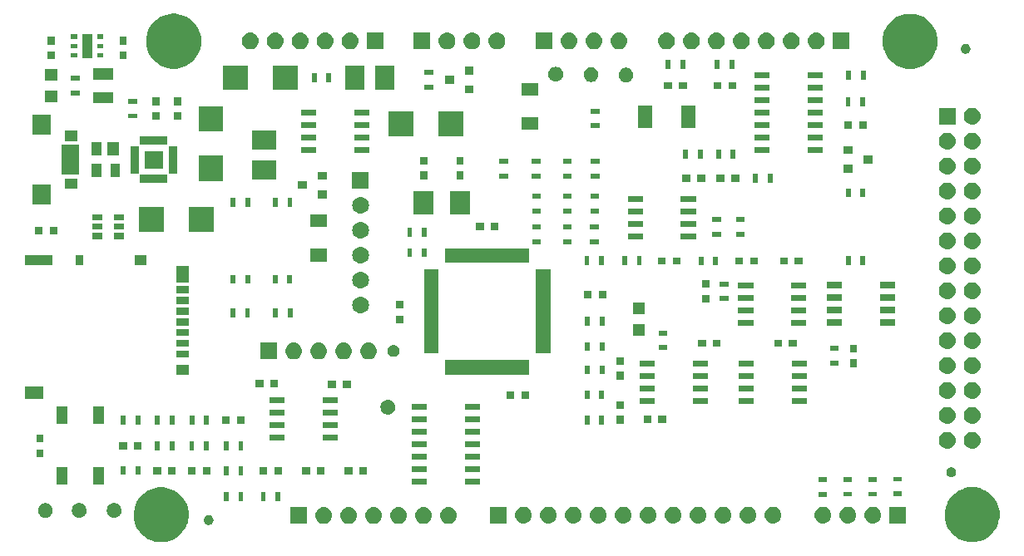
<source format=gbr>
G04 #@! TF.GenerationSoftware,KiCad,Pcbnew,5.0.2-bee76a0~70~ubuntu16.04.1*
G04 #@! TF.CreationDate,2019-03-24T22:43:38+05:30*
G04 #@! TF.ProjectId,PSLab,50534c61-622e-46b6-9963-61645f706362,v5.1*
G04 #@! TF.SameCoordinates,Original*
G04 #@! TF.FileFunction,Soldermask,Top*
G04 #@! TF.FilePolarity,Negative*
%FSLAX46Y46*%
G04 Gerber Fmt 4.6, Leading zero omitted, Abs format (unit mm)*
G04 Created by KiCad (PCBNEW 5.0.2-bee76a0~70~ubuntu16.04.1) date Sun 24 Mar 2019 22:43:38 +0530*
%MOMM*%
%LPD*%
G01*
G04 APERTURE LIST*
%ADD10C,0.100000*%
G04 APERTURE END LIST*
D10*
G36*
X105426253Y-108273801D02*
X105696730Y-108327602D01*
X105907799Y-108415030D01*
X106206296Y-108538671D01*
X106664899Y-108845100D01*
X107054900Y-109235101D01*
X107361329Y-109693704D01*
X107413642Y-109820000D01*
X107572398Y-110203270D01*
X107601830Y-110351234D01*
X107680000Y-110744223D01*
X107680000Y-111295777D01*
X107636489Y-111514520D01*
X107572398Y-111836730D01*
X107534717Y-111927700D01*
X107361329Y-112346296D01*
X107054900Y-112804899D01*
X106664899Y-113194900D01*
X106206296Y-113501329D01*
X105907799Y-113624970D01*
X105696730Y-113712398D01*
X105426253Y-113766199D01*
X105155777Y-113820000D01*
X104604223Y-113820000D01*
X104333747Y-113766199D01*
X104063270Y-113712398D01*
X103852201Y-113624970D01*
X103553704Y-113501329D01*
X103095101Y-113194900D01*
X102705100Y-112804899D01*
X102398671Y-112346296D01*
X102225283Y-111927700D01*
X102187602Y-111836730D01*
X102123511Y-111514520D01*
X102080000Y-111295777D01*
X102080000Y-110744223D01*
X102158170Y-110351234D01*
X102187602Y-110203270D01*
X102346358Y-109820000D01*
X102398671Y-109693704D01*
X102705100Y-109235101D01*
X103095101Y-108845100D01*
X103553704Y-108538671D01*
X103852201Y-108415030D01*
X104063270Y-108327602D01*
X104333747Y-108273801D01*
X104604223Y-108220000D01*
X105155777Y-108220000D01*
X105426253Y-108273801D01*
X105426253Y-108273801D01*
G37*
G36*
X187746050Y-108220000D02*
X188236730Y-108317602D01*
X188447799Y-108405030D01*
X188746296Y-108528671D01*
X189204899Y-108835100D01*
X189594900Y-109225101D01*
X189901329Y-109683704D01*
X189969723Y-109848822D01*
X190112398Y-110193270D01*
X190139562Y-110329832D01*
X190220000Y-110734223D01*
X190220000Y-111285777D01*
X190196453Y-111404155D01*
X190112398Y-111826730D01*
X190070575Y-111927700D01*
X189901329Y-112336296D01*
X189594900Y-112794899D01*
X189204899Y-113184900D01*
X188746296Y-113491329D01*
X188447799Y-113614970D01*
X188236730Y-113702398D01*
X188186456Y-113712398D01*
X187695777Y-113810000D01*
X187144223Y-113810000D01*
X186653544Y-113712398D01*
X186603270Y-113702398D01*
X186392201Y-113614970D01*
X186093704Y-113491329D01*
X185635101Y-113184900D01*
X185245100Y-112794899D01*
X184938671Y-112336296D01*
X184769425Y-111927700D01*
X184727602Y-111826730D01*
X184643547Y-111404155D01*
X184620000Y-111285777D01*
X184620000Y-110734223D01*
X184700438Y-110329832D01*
X184727602Y-110193270D01*
X184870277Y-109848822D01*
X184938671Y-109683704D01*
X185245100Y-109225101D01*
X185635101Y-108835100D01*
X186093704Y-108528671D01*
X186392201Y-108405030D01*
X186603270Y-108317602D01*
X187093950Y-108220000D01*
X187144223Y-108210000D01*
X187695777Y-108210000D01*
X187746050Y-108220000D01*
X187746050Y-108220000D01*
G37*
G36*
X109850845Y-111069215D02*
X109901025Y-111090000D01*
X109941839Y-111106906D01*
X110010166Y-111152561D01*
X110023734Y-111161627D01*
X110093373Y-111231266D01*
X110093375Y-111231269D01*
X110148094Y-111313161D01*
X110185785Y-111404155D01*
X110205000Y-111500754D01*
X110205000Y-111599246D01*
X110185785Y-111695845D01*
X110148094Y-111786839D01*
X110094104Y-111867640D01*
X110093373Y-111868734D01*
X110023734Y-111938373D01*
X110023731Y-111938375D01*
X109941839Y-111993094D01*
X109850845Y-112030785D01*
X109754246Y-112050000D01*
X109655754Y-112050000D01*
X109559155Y-112030785D01*
X109468161Y-111993094D01*
X109386269Y-111938375D01*
X109386266Y-111938373D01*
X109316627Y-111868734D01*
X109315896Y-111867640D01*
X109261906Y-111786839D01*
X109224215Y-111695845D01*
X109205000Y-111599246D01*
X109205000Y-111500754D01*
X109224215Y-111404155D01*
X109261906Y-111313161D01*
X109316625Y-111231269D01*
X109316627Y-111231266D01*
X109386266Y-111161627D01*
X109399834Y-111152561D01*
X109468161Y-111106906D01*
X109508976Y-111090000D01*
X109559155Y-111069215D01*
X109655754Y-111050000D01*
X109754246Y-111050000D01*
X109850845Y-111069215D01*
X109850845Y-111069215D01*
G37*
G36*
X126666630Y-110252299D02*
X126826855Y-110300903D01*
X126974520Y-110379831D01*
X127103949Y-110486051D01*
X127210169Y-110615480D01*
X127289097Y-110763145D01*
X127337701Y-110923370D01*
X127354112Y-111090000D01*
X127337701Y-111256630D01*
X127289097Y-111416855D01*
X127210169Y-111564520D01*
X127103949Y-111693949D01*
X126974520Y-111800169D01*
X126826855Y-111879097D01*
X126666630Y-111927701D01*
X126541752Y-111940000D01*
X126458248Y-111940000D01*
X126333370Y-111927701D01*
X126173145Y-111879097D01*
X126025480Y-111800169D01*
X125896051Y-111693949D01*
X125789831Y-111564520D01*
X125710903Y-111416855D01*
X125662299Y-111256630D01*
X125645888Y-111090000D01*
X125662299Y-110923370D01*
X125710903Y-110763145D01*
X125789831Y-110615480D01*
X125896051Y-110486051D01*
X126025480Y-110379831D01*
X126173145Y-110300903D01*
X126333370Y-110252299D01*
X126458248Y-110240000D01*
X126541752Y-110240000D01*
X126666630Y-110252299D01*
X126666630Y-110252299D01*
G37*
G36*
X134286630Y-110252299D02*
X134446855Y-110300903D01*
X134594520Y-110379831D01*
X134723949Y-110486051D01*
X134830169Y-110615480D01*
X134909097Y-110763145D01*
X134957701Y-110923370D01*
X134974112Y-111090000D01*
X134957701Y-111256630D01*
X134909097Y-111416855D01*
X134830169Y-111564520D01*
X134723949Y-111693949D01*
X134594520Y-111800169D01*
X134446855Y-111879097D01*
X134286630Y-111927701D01*
X134161752Y-111940000D01*
X134078248Y-111940000D01*
X133953370Y-111927701D01*
X133793145Y-111879097D01*
X133645480Y-111800169D01*
X133516051Y-111693949D01*
X133409831Y-111564520D01*
X133330903Y-111416855D01*
X133282299Y-111256630D01*
X133265888Y-111090000D01*
X133282299Y-110923370D01*
X133330903Y-110763145D01*
X133409831Y-110615480D01*
X133516051Y-110486051D01*
X133645480Y-110379831D01*
X133793145Y-110300903D01*
X133953370Y-110252299D01*
X134078248Y-110240000D01*
X134161752Y-110240000D01*
X134286630Y-110252299D01*
X134286630Y-110252299D01*
G37*
G36*
X124126630Y-110252299D02*
X124286855Y-110300903D01*
X124434520Y-110379831D01*
X124563949Y-110486051D01*
X124670169Y-110615480D01*
X124749097Y-110763145D01*
X124797701Y-110923370D01*
X124814112Y-111090000D01*
X124797701Y-111256630D01*
X124749097Y-111416855D01*
X124670169Y-111564520D01*
X124563949Y-111693949D01*
X124434520Y-111800169D01*
X124286855Y-111879097D01*
X124126630Y-111927701D01*
X124001752Y-111940000D01*
X123918248Y-111940000D01*
X123793370Y-111927701D01*
X123633145Y-111879097D01*
X123485480Y-111800169D01*
X123356051Y-111693949D01*
X123249831Y-111564520D01*
X123170903Y-111416855D01*
X123122299Y-111256630D01*
X123105888Y-111090000D01*
X123122299Y-110923370D01*
X123170903Y-110763145D01*
X123249831Y-110615480D01*
X123356051Y-110486051D01*
X123485480Y-110379831D01*
X123633145Y-110300903D01*
X123793370Y-110252299D01*
X123918248Y-110240000D01*
X124001752Y-110240000D01*
X124126630Y-110252299D01*
X124126630Y-110252299D01*
G37*
G36*
X121586630Y-110252299D02*
X121746855Y-110300903D01*
X121894520Y-110379831D01*
X122023949Y-110486051D01*
X122130169Y-110615480D01*
X122209097Y-110763145D01*
X122257701Y-110923370D01*
X122274112Y-111090000D01*
X122257701Y-111256630D01*
X122209097Y-111416855D01*
X122130169Y-111564520D01*
X122023949Y-111693949D01*
X121894520Y-111800169D01*
X121746855Y-111879097D01*
X121586630Y-111927701D01*
X121461752Y-111940000D01*
X121378248Y-111940000D01*
X121253370Y-111927701D01*
X121093145Y-111879097D01*
X120945480Y-111800169D01*
X120816051Y-111693949D01*
X120709831Y-111564520D01*
X120630903Y-111416855D01*
X120582299Y-111256630D01*
X120565888Y-111090000D01*
X120582299Y-110923370D01*
X120630903Y-110763145D01*
X120709831Y-110615480D01*
X120816051Y-110486051D01*
X120945480Y-110379831D01*
X121093145Y-110300903D01*
X121253370Y-110252299D01*
X121378248Y-110240000D01*
X121461752Y-110240000D01*
X121586630Y-110252299D01*
X121586630Y-110252299D01*
G37*
G36*
X131746630Y-110252299D02*
X131906855Y-110300903D01*
X132054520Y-110379831D01*
X132183949Y-110486051D01*
X132290169Y-110615480D01*
X132369097Y-110763145D01*
X132417701Y-110923370D01*
X132434112Y-111090000D01*
X132417701Y-111256630D01*
X132369097Y-111416855D01*
X132290169Y-111564520D01*
X132183949Y-111693949D01*
X132054520Y-111800169D01*
X131906855Y-111879097D01*
X131746630Y-111927701D01*
X131621752Y-111940000D01*
X131538248Y-111940000D01*
X131413370Y-111927701D01*
X131253145Y-111879097D01*
X131105480Y-111800169D01*
X130976051Y-111693949D01*
X130869831Y-111564520D01*
X130790903Y-111416855D01*
X130742299Y-111256630D01*
X130725888Y-111090000D01*
X130742299Y-110923370D01*
X130790903Y-110763145D01*
X130869831Y-110615480D01*
X130976051Y-110486051D01*
X131105480Y-110379831D01*
X131253145Y-110300903D01*
X131413370Y-110252299D01*
X131538248Y-110240000D01*
X131621752Y-110240000D01*
X131746630Y-110252299D01*
X131746630Y-110252299D01*
G37*
G36*
X119730000Y-111940000D02*
X118030000Y-111940000D01*
X118030000Y-110240000D01*
X119730000Y-110240000D01*
X119730000Y-111940000D01*
X119730000Y-111940000D01*
G37*
G36*
X129206630Y-110252299D02*
X129366855Y-110300903D01*
X129514520Y-110379831D01*
X129643949Y-110486051D01*
X129750169Y-110615480D01*
X129829097Y-110763145D01*
X129877701Y-110923370D01*
X129894112Y-111090000D01*
X129877701Y-111256630D01*
X129829097Y-111416855D01*
X129750169Y-111564520D01*
X129643949Y-111693949D01*
X129514520Y-111800169D01*
X129366855Y-111879097D01*
X129206630Y-111927701D01*
X129081752Y-111940000D01*
X128998248Y-111940000D01*
X128873370Y-111927701D01*
X128713145Y-111879097D01*
X128565480Y-111800169D01*
X128436051Y-111693949D01*
X128329831Y-111564520D01*
X128250903Y-111416855D01*
X128202299Y-111256630D01*
X128185888Y-111090000D01*
X128202299Y-110923370D01*
X128250903Y-110763145D01*
X128329831Y-110615480D01*
X128436051Y-110486051D01*
X128565480Y-110379831D01*
X128713145Y-110300903D01*
X128873370Y-110252299D01*
X128998248Y-110240000D01*
X129081752Y-110240000D01*
X129206630Y-110252299D01*
X129206630Y-110252299D01*
G37*
G36*
X141906630Y-110202299D02*
X142066855Y-110250903D01*
X142214520Y-110329831D01*
X142343949Y-110436051D01*
X142450169Y-110565480D01*
X142529097Y-110713145D01*
X142577701Y-110873370D01*
X142594112Y-111040000D01*
X142577701Y-111206630D01*
X142529097Y-111366855D01*
X142450169Y-111514520D01*
X142343949Y-111643949D01*
X142214520Y-111750169D01*
X142066855Y-111829097D01*
X141906630Y-111877701D01*
X141781752Y-111890000D01*
X141698248Y-111890000D01*
X141573370Y-111877701D01*
X141413145Y-111829097D01*
X141265480Y-111750169D01*
X141136051Y-111643949D01*
X141029831Y-111514520D01*
X140950903Y-111366855D01*
X140902299Y-111206630D01*
X140885888Y-111040000D01*
X140902299Y-110873370D01*
X140950903Y-110713145D01*
X141029831Y-110565480D01*
X141136051Y-110436051D01*
X141265480Y-110329831D01*
X141413145Y-110250903D01*
X141573370Y-110202299D01*
X141698248Y-110190000D01*
X141781752Y-110190000D01*
X141906630Y-110202299D01*
X141906630Y-110202299D01*
G37*
G36*
X140050000Y-111890000D02*
X138350000Y-111890000D01*
X138350000Y-110190000D01*
X140050000Y-110190000D01*
X140050000Y-111890000D01*
X140050000Y-111890000D01*
G37*
G36*
X177466630Y-110202299D02*
X177626855Y-110250903D01*
X177774520Y-110329831D01*
X177903949Y-110436051D01*
X178010169Y-110565480D01*
X178089097Y-110713145D01*
X178137701Y-110873370D01*
X178154112Y-111040000D01*
X178137701Y-111206630D01*
X178089097Y-111366855D01*
X178010169Y-111514520D01*
X177903949Y-111643949D01*
X177774520Y-111750169D01*
X177626855Y-111829097D01*
X177466630Y-111877701D01*
X177341752Y-111890000D01*
X177258248Y-111890000D01*
X177133370Y-111877701D01*
X176973145Y-111829097D01*
X176825480Y-111750169D01*
X176696051Y-111643949D01*
X176589831Y-111514520D01*
X176510903Y-111366855D01*
X176462299Y-111206630D01*
X176445888Y-111040000D01*
X176462299Y-110873370D01*
X176510903Y-110713145D01*
X176589831Y-110565480D01*
X176696051Y-110436051D01*
X176825480Y-110329831D01*
X176973145Y-110250903D01*
X177133370Y-110202299D01*
X177258248Y-110190000D01*
X177341752Y-110190000D01*
X177466630Y-110202299D01*
X177466630Y-110202299D01*
G37*
G36*
X180690000Y-111890000D02*
X178990000Y-111890000D01*
X178990000Y-110190000D01*
X180690000Y-110190000D01*
X180690000Y-111890000D01*
X180690000Y-111890000D01*
G37*
G36*
X172386630Y-110202299D02*
X172546855Y-110250903D01*
X172694520Y-110329831D01*
X172823949Y-110436051D01*
X172930169Y-110565480D01*
X173009097Y-110713145D01*
X173057701Y-110873370D01*
X173074112Y-111040000D01*
X173057701Y-111206630D01*
X173009097Y-111366855D01*
X172930169Y-111514520D01*
X172823949Y-111643949D01*
X172694520Y-111750169D01*
X172546855Y-111829097D01*
X172386630Y-111877701D01*
X172261752Y-111890000D01*
X172178248Y-111890000D01*
X172053370Y-111877701D01*
X171893145Y-111829097D01*
X171745480Y-111750169D01*
X171616051Y-111643949D01*
X171509831Y-111514520D01*
X171430903Y-111366855D01*
X171382299Y-111206630D01*
X171365888Y-111040000D01*
X171382299Y-110873370D01*
X171430903Y-110713145D01*
X171509831Y-110565480D01*
X171616051Y-110436051D01*
X171745480Y-110329831D01*
X171893145Y-110250903D01*
X172053370Y-110202299D01*
X172178248Y-110190000D01*
X172261752Y-110190000D01*
X172386630Y-110202299D01*
X172386630Y-110202299D01*
G37*
G36*
X167306630Y-110202299D02*
X167466855Y-110250903D01*
X167614520Y-110329831D01*
X167743949Y-110436051D01*
X167850169Y-110565480D01*
X167929097Y-110713145D01*
X167977701Y-110873370D01*
X167994112Y-111040000D01*
X167977701Y-111206630D01*
X167929097Y-111366855D01*
X167850169Y-111514520D01*
X167743949Y-111643949D01*
X167614520Y-111750169D01*
X167466855Y-111829097D01*
X167306630Y-111877701D01*
X167181752Y-111890000D01*
X167098248Y-111890000D01*
X166973370Y-111877701D01*
X166813145Y-111829097D01*
X166665480Y-111750169D01*
X166536051Y-111643949D01*
X166429831Y-111514520D01*
X166350903Y-111366855D01*
X166302299Y-111206630D01*
X166285888Y-111040000D01*
X166302299Y-110873370D01*
X166350903Y-110713145D01*
X166429831Y-110565480D01*
X166536051Y-110436051D01*
X166665480Y-110329831D01*
X166813145Y-110250903D01*
X166973370Y-110202299D01*
X167098248Y-110190000D01*
X167181752Y-110190000D01*
X167306630Y-110202299D01*
X167306630Y-110202299D01*
G37*
G36*
X164766630Y-110202299D02*
X164926855Y-110250903D01*
X165074520Y-110329831D01*
X165203949Y-110436051D01*
X165310169Y-110565480D01*
X165389097Y-110713145D01*
X165437701Y-110873370D01*
X165454112Y-111040000D01*
X165437701Y-111206630D01*
X165389097Y-111366855D01*
X165310169Y-111514520D01*
X165203949Y-111643949D01*
X165074520Y-111750169D01*
X164926855Y-111829097D01*
X164766630Y-111877701D01*
X164641752Y-111890000D01*
X164558248Y-111890000D01*
X164433370Y-111877701D01*
X164273145Y-111829097D01*
X164125480Y-111750169D01*
X163996051Y-111643949D01*
X163889831Y-111514520D01*
X163810903Y-111366855D01*
X163762299Y-111206630D01*
X163745888Y-111040000D01*
X163762299Y-110873370D01*
X163810903Y-110713145D01*
X163889831Y-110565480D01*
X163996051Y-110436051D01*
X164125480Y-110329831D01*
X164273145Y-110250903D01*
X164433370Y-110202299D01*
X164558248Y-110190000D01*
X164641752Y-110190000D01*
X164766630Y-110202299D01*
X164766630Y-110202299D01*
G37*
G36*
X162226630Y-110202299D02*
X162386855Y-110250903D01*
X162534520Y-110329831D01*
X162663949Y-110436051D01*
X162770169Y-110565480D01*
X162849097Y-110713145D01*
X162897701Y-110873370D01*
X162914112Y-111040000D01*
X162897701Y-111206630D01*
X162849097Y-111366855D01*
X162770169Y-111514520D01*
X162663949Y-111643949D01*
X162534520Y-111750169D01*
X162386855Y-111829097D01*
X162226630Y-111877701D01*
X162101752Y-111890000D01*
X162018248Y-111890000D01*
X161893370Y-111877701D01*
X161733145Y-111829097D01*
X161585480Y-111750169D01*
X161456051Y-111643949D01*
X161349831Y-111514520D01*
X161270903Y-111366855D01*
X161222299Y-111206630D01*
X161205888Y-111040000D01*
X161222299Y-110873370D01*
X161270903Y-110713145D01*
X161349831Y-110565480D01*
X161456051Y-110436051D01*
X161585480Y-110329831D01*
X161733145Y-110250903D01*
X161893370Y-110202299D01*
X162018248Y-110190000D01*
X162101752Y-110190000D01*
X162226630Y-110202299D01*
X162226630Y-110202299D01*
G37*
G36*
X159686630Y-110202299D02*
X159846855Y-110250903D01*
X159994520Y-110329831D01*
X160123949Y-110436051D01*
X160230169Y-110565480D01*
X160309097Y-110713145D01*
X160357701Y-110873370D01*
X160374112Y-111040000D01*
X160357701Y-111206630D01*
X160309097Y-111366855D01*
X160230169Y-111514520D01*
X160123949Y-111643949D01*
X159994520Y-111750169D01*
X159846855Y-111829097D01*
X159686630Y-111877701D01*
X159561752Y-111890000D01*
X159478248Y-111890000D01*
X159353370Y-111877701D01*
X159193145Y-111829097D01*
X159045480Y-111750169D01*
X158916051Y-111643949D01*
X158809831Y-111514520D01*
X158730903Y-111366855D01*
X158682299Y-111206630D01*
X158665888Y-111040000D01*
X158682299Y-110873370D01*
X158730903Y-110713145D01*
X158809831Y-110565480D01*
X158916051Y-110436051D01*
X159045480Y-110329831D01*
X159193145Y-110250903D01*
X159353370Y-110202299D01*
X159478248Y-110190000D01*
X159561752Y-110190000D01*
X159686630Y-110202299D01*
X159686630Y-110202299D01*
G37*
G36*
X157146630Y-110202299D02*
X157306855Y-110250903D01*
X157454520Y-110329831D01*
X157583949Y-110436051D01*
X157690169Y-110565480D01*
X157769097Y-110713145D01*
X157817701Y-110873370D01*
X157834112Y-111040000D01*
X157817701Y-111206630D01*
X157769097Y-111366855D01*
X157690169Y-111514520D01*
X157583949Y-111643949D01*
X157454520Y-111750169D01*
X157306855Y-111829097D01*
X157146630Y-111877701D01*
X157021752Y-111890000D01*
X156938248Y-111890000D01*
X156813370Y-111877701D01*
X156653145Y-111829097D01*
X156505480Y-111750169D01*
X156376051Y-111643949D01*
X156269831Y-111514520D01*
X156190903Y-111366855D01*
X156142299Y-111206630D01*
X156125888Y-111040000D01*
X156142299Y-110873370D01*
X156190903Y-110713145D01*
X156269831Y-110565480D01*
X156376051Y-110436051D01*
X156505480Y-110329831D01*
X156653145Y-110250903D01*
X156813370Y-110202299D01*
X156938248Y-110190000D01*
X157021752Y-110190000D01*
X157146630Y-110202299D01*
X157146630Y-110202299D01*
G37*
G36*
X154606630Y-110202299D02*
X154766855Y-110250903D01*
X154914520Y-110329831D01*
X155043949Y-110436051D01*
X155150169Y-110565480D01*
X155229097Y-110713145D01*
X155277701Y-110873370D01*
X155294112Y-111040000D01*
X155277701Y-111206630D01*
X155229097Y-111366855D01*
X155150169Y-111514520D01*
X155043949Y-111643949D01*
X154914520Y-111750169D01*
X154766855Y-111829097D01*
X154606630Y-111877701D01*
X154481752Y-111890000D01*
X154398248Y-111890000D01*
X154273370Y-111877701D01*
X154113145Y-111829097D01*
X153965480Y-111750169D01*
X153836051Y-111643949D01*
X153729831Y-111514520D01*
X153650903Y-111366855D01*
X153602299Y-111206630D01*
X153585888Y-111040000D01*
X153602299Y-110873370D01*
X153650903Y-110713145D01*
X153729831Y-110565480D01*
X153836051Y-110436051D01*
X153965480Y-110329831D01*
X154113145Y-110250903D01*
X154273370Y-110202299D01*
X154398248Y-110190000D01*
X154481752Y-110190000D01*
X154606630Y-110202299D01*
X154606630Y-110202299D01*
G37*
G36*
X152066630Y-110202299D02*
X152226855Y-110250903D01*
X152374520Y-110329831D01*
X152503949Y-110436051D01*
X152610169Y-110565480D01*
X152689097Y-110713145D01*
X152737701Y-110873370D01*
X152754112Y-111040000D01*
X152737701Y-111206630D01*
X152689097Y-111366855D01*
X152610169Y-111514520D01*
X152503949Y-111643949D01*
X152374520Y-111750169D01*
X152226855Y-111829097D01*
X152066630Y-111877701D01*
X151941752Y-111890000D01*
X151858248Y-111890000D01*
X151733370Y-111877701D01*
X151573145Y-111829097D01*
X151425480Y-111750169D01*
X151296051Y-111643949D01*
X151189831Y-111514520D01*
X151110903Y-111366855D01*
X151062299Y-111206630D01*
X151045888Y-111040000D01*
X151062299Y-110873370D01*
X151110903Y-110713145D01*
X151189831Y-110565480D01*
X151296051Y-110436051D01*
X151425480Y-110329831D01*
X151573145Y-110250903D01*
X151733370Y-110202299D01*
X151858248Y-110190000D01*
X151941752Y-110190000D01*
X152066630Y-110202299D01*
X152066630Y-110202299D01*
G37*
G36*
X149526630Y-110202299D02*
X149686855Y-110250903D01*
X149834520Y-110329831D01*
X149963949Y-110436051D01*
X150070169Y-110565480D01*
X150149097Y-110713145D01*
X150197701Y-110873370D01*
X150214112Y-111040000D01*
X150197701Y-111206630D01*
X150149097Y-111366855D01*
X150070169Y-111514520D01*
X149963949Y-111643949D01*
X149834520Y-111750169D01*
X149686855Y-111829097D01*
X149526630Y-111877701D01*
X149401752Y-111890000D01*
X149318248Y-111890000D01*
X149193370Y-111877701D01*
X149033145Y-111829097D01*
X148885480Y-111750169D01*
X148756051Y-111643949D01*
X148649831Y-111514520D01*
X148570903Y-111366855D01*
X148522299Y-111206630D01*
X148505888Y-111040000D01*
X148522299Y-110873370D01*
X148570903Y-110713145D01*
X148649831Y-110565480D01*
X148756051Y-110436051D01*
X148885480Y-110329831D01*
X149033145Y-110250903D01*
X149193370Y-110202299D01*
X149318248Y-110190000D01*
X149401752Y-110190000D01*
X149526630Y-110202299D01*
X149526630Y-110202299D01*
G37*
G36*
X146986630Y-110202299D02*
X147146855Y-110250903D01*
X147294520Y-110329831D01*
X147423949Y-110436051D01*
X147530169Y-110565480D01*
X147609097Y-110713145D01*
X147657701Y-110873370D01*
X147674112Y-111040000D01*
X147657701Y-111206630D01*
X147609097Y-111366855D01*
X147530169Y-111514520D01*
X147423949Y-111643949D01*
X147294520Y-111750169D01*
X147146855Y-111829097D01*
X146986630Y-111877701D01*
X146861752Y-111890000D01*
X146778248Y-111890000D01*
X146653370Y-111877701D01*
X146493145Y-111829097D01*
X146345480Y-111750169D01*
X146216051Y-111643949D01*
X146109831Y-111514520D01*
X146030903Y-111366855D01*
X145982299Y-111206630D01*
X145965888Y-111040000D01*
X145982299Y-110873370D01*
X146030903Y-110713145D01*
X146109831Y-110565480D01*
X146216051Y-110436051D01*
X146345480Y-110329831D01*
X146493145Y-110250903D01*
X146653370Y-110202299D01*
X146778248Y-110190000D01*
X146861752Y-110190000D01*
X146986630Y-110202299D01*
X146986630Y-110202299D01*
G37*
G36*
X144446630Y-110202299D02*
X144606855Y-110250903D01*
X144754520Y-110329831D01*
X144883949Y-110436051D01*
X144990169Y-110565480D01*
X145069097Y-110713145D01*
X145117701Y-110873370D01*
X145134112Y-111040000D01*
X145117701Y-111206630D01*
X145069097Y-111366855D01*
X144990169Y-111514520D01*
X144883949Y-111643949D01*
X144754520Y-111750169D01*
X144606855Y-111829097D01*
X144446630Y-111877701D01*
X144321752Y-111890000D01*
X144238248Y-111890000D01*
X144113370Y-111877701D01*
X143953145Y-111829097D01*
X143805480Y-111750169D01*
X143676051Y-111643949D01*
X143569831Y-111514520D01*
X143490903Y-111366855D01*
X143442299Y-111206630D01*
X143425888Y-111040000D01*
X143442299Y-110873370D01*
X143490903Y-110713145D01*
X143569831Y-110565480D01*
X143676051Y-110436051D01*
X143805480Y-110329831D01*
X143953145Y-110250903D01*
X144113370Y-110202299D01*
X144238248Y-110190000D01*
X144321752Y-110190000D01*
X144446630Y-110202299D01*
X144446630Y-110202299D01*
G37*
G36*
X174926630Y-110202299D02*
X175086855Y-110250903D01*
X175234520Y-110329831D01*
X175363949Y-110436051D01*
X175470169Y-110565480D01*
X175549097Y-110713145D01*
X175597701Y-110873370D01*
X175614112Y-111040000D01*
X175597701Y-111206630D01*
X175549097Y-111366855D01*
X175470169Y-111514520D01*
X175363949Y-111643949D01*
X175234520Y-111750169D01*
X175086855Y-111829097D01*
X174926630Y-111877701D01*
X174801752Y-111890000D01*
X174718248Y-111890000D01*
X174593370Y-111877701D01*
X174433145Y-111829097D01*
X174285480Y-111750169D01*
X174156051Y-111643949D01*
X174049831Y-111514520D01*
X173970903Y-111366855D01*
X173922299Y-111206630D01*
X173905888Y-111040000D01*
X173922299Y-110873370D01*
X173970903Y-110713145D01*
X174049831Y-110565480D01*
X174156051Y-110436051D01*
X174285480Y-110329831D01*
X174433145Y-110250903D01*
X174593370Y-110202299D01*
X174718248Y-110190000D01*
X174801752Y-110190000D01*
X174926630Y-110202299D01*
X174926630Y-110202299D01*
G37*
G36*
X96676318Y-109834411D02*
X96748767Y-109848822D01*
X96805303Y-109872240D01*
X96885257Y-109905358D01*
X97008100Y-109987439D01*
X97112561Y-110091900D01*
X97194642Y-110214743D01*
X97227760Y-110294697D01*
X97251178Y-110351233D01*
X97280000Y-110496131D01*
X97280000Y-110643869D01*
X97256275Y-110763145D01*
X97251178Y-110788766D01*
X97194642Y-110925257D01*
X97112561Y-111048100D01*
X97008100Y-111152561D01*
X96885257Y-111234642D01*
X96805303Y-111267760D01*
X96748767Y-111291178D01*
X96725651Y-111295776D01*
X96603870Y-111320000D01*
X96456130Y-111320000D01*
X96334349Y-111295776D01*
X96311233Y-111291178D01*
X96254697Y-111267760D01*
X96174743Y-111234642D01*
X96051900Y-111152561D01*
X95947439Y-111048100D01*
X95865358Y-110925257D01*
X95808822Y-110788766D01*
X95803726Y-110763145D01*
X95780000Y-110643869D01*
X95780000Y-110496131D01*
X95808822Y-110351233D01*
X95832240Y-110294697D01*
X95865358Y-110214743D01*
X95947439Y-110091900D01*
X96051900Y-109987439D01*
X96174743Y-109905358D01*
X96254697Y-109872240D01*
X96311233Y-109848822D01*
X96383682Y-109834411D01*
X96456130Y-109820000D01*
X96603870Y-109820000D01*
X96676318Y-109834411D01*
X96676318Y-109834411D01*
G37*
G36*
X100236318Y-109834411D02*
X100308767Y-109848822D01*
X100365303Y-109872240D01*
X100445257Y-109905358D01*
X100568100Y-109987439D01*
X100672561Y-110091900D01*
X100754642Y-110214743D01*
X100787760Y-110294697D01*
X100811178Y-110351233D01*
X100840000Y-110496131D01*
X100840000Y-110643869D01*
X100816275Y-110763145D01*
X100811178Y-110788766D01*
X100754642Y-110925257D01*
X100672561Y-111048100D01*
X100568100Y-111152561D01*
X100445257Y-111234642D01*
X100365303Y-111267760D01*
X100308767Y-111291178D01*
X100285651Y-111295776D01*
X100163870Y-111320000D01*
X100016130Y-111320000D01*
X99894349Y-111295776D01*
X99871233Y-111291178D01*
X99814697Y-111267760D01*
X99734743Y-111234642D01*
X99611900Y-111152561D01*
X99507439Y-111048100D01*
X99425358Y-110925257D01*
X99368822Y-110788766D01*
X99363726Y-110763145D01*
X99340000Y-110643869D01*
X99340000Y-110496131D01*
X99368822Y-110351233D01*
X99392240Y-110294697D01*
X99425358Y-110214743D01*
X99507439Y-110091900D01*
X99611900Y-109987439D01*
X99734743Y-109905358D01*
X99814697Y-109872240D01*
X99871233Y-109848822D01*
X99943682Y-109834411D01*
X100016130Y-109820000D01*
X100163870Y-109820000D01*
X100236318Y-109834411D01*
X100236318Y-109834411D01*
G37*
G36*
X93236318Y-109834411D02*
X93308767Y-109848822D01*
X93365303Y-109872240D01*
X93445257Y-109905358D01*
X93568100Y-109987439D01*
X93672561Y-110091900D01*
X93754642Y-110214743D01*
X93787760Y-110294697D01*
X93811178Y-110351233D01*
X93840000Y-110496131D01*
X93840000Y-110643869D01*
X93816275Y-110763145D01*
X93811178Y-110788766D01*
X93754642Y-110925257D01*
X93672561Y-111048100D01*
X93568100Y-111152561D01*
X93445257Y-111234642D01*
X93365303Y-111267760D01*
X93308767Y-111291178D01*
X93285651Y-111295776D01*
X93163870Y-111320000D01*
X93016130Y-111320000D01*
X92894349Y-111295776D01*
X92871233Y-111291178D01*
X92814697Y-111267760D01*
X92734743Y-111234642D01*
X92611900Y-111152561D01*
X92507439Y-111048100D01*
X92425358Y-110925257D01*
X92368822Y-110788766D01*
X92363726Y-110763145D01*
X92340000Y-110643869D01*
X92340000Y-110496131D01*
X92368822Y-110351233D01*
X92392240Y-110294697D01*
X92425358Y-110214743D01*
X92507439Y-110091900D01*
X92611900Y-109987439D01*
X92734743Y-109905358D01*
X92814697Y-109872240D01*
X92871233Y-109848822D01*
X92943682Y-109834411D01*
X93016130Y-109820000D01*
X93163870Y-109820000D01*
X93236318Y-109834411D01*
X93236318Y-109834411D01*
G37*
G36*
X113230000Y-109620000D02*
X112730000Y-109620000D01*
X112730000Y-108720000D01*
X113230000Y-108720000D01*
X113230000Y-109620000D01*
X113230000Y-109620000D01*
G37*
G36*
X111730000Y-109620000D02*
X111230000Y-109620000D01*
X111230000Y-108720000D01*
X111730000Y-108720000D01*
X111730000Y-109620000D01*
X111730000Y-109620000D01*
G37*
G36*
X115520000Y-109610000D02*
X115020000Y-109610000D01*
X115020000Y-108710000D01*
X115520000Y-108710000D01*
X115520000Y-109610000D01*
X115520000Y-109610000D01*
G37*
G36*
X117020000Y-109610000D02*
X116520000Y-109610000D01*
X116520000Y-108710000D01*
X117020000Y-108710000D01*
X117020000Y-109610000D01*
X117020000Y-109610000D01*
G37*
G36*
X172660000Y-109180000D02*
X171760000Y-109180000D01*
X171760000Y-108680000D01*
X172660000Y-108680000D01*
X172660000Y-109180000D01*
X172660000Y-109180000D01*
G37*
G36*
X175210000Y-109160000D02*
X174310000Y-109160000D01*
X174310000Y-108660000D01*
X175210000Y-108660000D01*
X175210000Y-109160000D01*
X175210000Y-109160000D01*
G37*
G36*
X177740000Y-109160000D02*
X176840000Y-109160000D01*
X176840000Y-108660000D01*
X177740000Y-108660000D01*
X177740000Y-109160000D01*
X177740000Y-109160000D01*
G37*
G36*
X180280000Y-109140000D02*
X179380000Y-109140000D01*
X179380000Y-108640000D01*
X180280000Y-108640000D01*
X180280000Y-109140000D01*
X180280000Y-109140000D01*
G37*
G36*
X131910000Y-107960000D02*
X130410000Y-107960000D01*
X130410000Y-107360000D01*
X131910000Y-107360000D01*
X131910000Y-107960000D01*
X131910000Y-107960000D01*
G37*
G36*
X137310000Y-107960000D02*
X135810000Y-107960000D01*
X135810000Y-107360000D01*
X137310000Y-107360000D01*
X137310000Y-107960000D01*
X137310000Y-107960000D01*
G37*
G36*
X99030000Y-107950000D02*
X97930000Y-107950000D01*
X97930000Y-106150000D01*
X99030000Y-106150000D01*
X99030000Y-107950000D01*
X99030000Y-107950000D01*
G37*
G36*
X95330000Y-107950000D02*
X94230000Y-107950000D01*
X94230000Y-106150000D01*
X95330000Y-106150000D01*
X95330000Y-107950000D01*
X95330000Y-107950000D01*
G37*
G36*
X172660000Y-107680000D02*
X171760000Y-107680000D01*
X171760000Y-107180000D01*
X172660000Y-107180000D01*
X172660000Y-107680000D01*
X172660000Y-107680000D01*
G37*
G36*
X175210000Y-107660000D02*
X174310000Y-107660000D01*
X174310000Y-107160000D01*
X175210000Y-107160000D01*
X175210000Y-107660000D01*
X175210000Y-107660000D01*
G37*
G36*
X177740000Y-107660000D02*
X176840000Y-107660000D01*
X176840000Y-107160000D01*
X177740000Y-107160000D01*
X177740000Y-107660000D01*
X177740000Y-107660000D01*
G37*
G36*
X180280000Y-107640000D02*
X179380000Y-107640000D01*
X179380000Y-107140000D01*
X180280000Y-107140000D01*
X180280000Y-107640000D01*
X180280000Y-107640000D01*
G37*
G36*
X185425845Y-106194215D02*
X185516839Y-106231906D01*
X185597640Y-106285896D01*
X185598734Y-106286627D01*
X185668373Y-106356266D01*
X185723095Y-106438163D01*
X185760785Y-106529155D01*
X185780000Y-106625755D01*
X185780000Y-106724245D01*
X185760785Y-106820845D01*
X185723095Y-106911837D01*
X185668373Y-106993734D01*
X185598734Y-107063373D01*
X185598731Y-107063375D01*
X185516839Y-107118094D01*
X185425845Y-107155785D01*
X185329246Y-107175000D01*
X185230754Y-107175000D01*
X185134155Y-107155785D01*
X185043161Y-107118094D01*
X184961269Y-107063375D01*
X184961266Y-107063373D01*
X184891627Y-106993734D01*
X184836905Y-106911837D01*
X184799215Y-106820845D01*
X184780000Y-106724245D01*
X184780000Y-106625755D01*
X184799215Y-106529155D01*
X184836905Y-106438163D01*
X184891627Y-106356266D01*
X184961266Y-106286627D01*
X184962360Y-106285896D01*
X185043161Y-106231906D01*
X185134155Y-106194215D01*
X185230754Y-106175000D01*
X185329246Y-106175000D01*
X185425845Y-106194215D01*
X185425845Y-106194215D01*
G37*
G36*
X113230000Y-107000000D02*
X112730000Y-107000000D01*
X112730000Y-106100000D01*
X113230000Y-106100000D01*
X113230000Y-107000000D01*
X113230000Y-107000000D01*
G37*
G36*
X111730000Y-107000000D02*
X111230000Y-107000000D01*
X111230000Y-106100000D01*
X111730000Y-106100000D01*
X111730000Y-107000000D01*
X111730000Y-107000000D01*
G37*
G36*
X102740000Y-106950000D02*
X102240000Y-106950000D01*
X102240000Y-106050000D01*
X102740000Y-106050000D01*
X102740000Y-106950000D01*
X102740000Y-106950000D01*
G37*
G36*
X101240000Y-106950000D02*
X100740000Y-106950000D01*
X100740000Y-106050000D01*
X101240000Y-106050000D01*
X101240000Y-106950000D01*
X101240000Y-106950000D01*
G37*
G36*
X109900000Y-106925000D02*
X109100000Y-106925000D01*
X109100000Y-106175000D01*
X109900000Y-106175000D01*
X109900000Y-106925000D01*
X109900000Y-106925000D01*
G37*
G36*
X108400000Y-106925000D02*
X107600000Y-106925000D01*
X107600000Y-106175000D01*
X108400000Y-106175000D01*
X108400000Y-106925000D01*
X108400000Y-106925000D01*
G37*
G36*
X125830000Y-106925000D02*
X125030000Y-106925000D01*
X125030000Y-106175000D01*
X125830000Y-106175000D01*
X125830000Y-106925000D01*
X125830000Y-106925000D01*
G37*
G36*
X124330000Y-106925000D02*
X123530000Y-106925000D01*
X123530000Y-106175000D01*
X124330000Y-106175000D01*
X124330000Y-106925000D01*
X124330000Y-106925000D01*
G37*
G36*
X120030000Y-106925000D02*
X119230000Y-106925000D01*
X119230000Y-106175000D01*
X120030000Y-106175000D01*
X120030000Y-106925000D01*
X120030000Y-106925000D01*
G37*
G36*
X121530000Y-106925000D02*
X120730000Y-106925000D01*
X120730000Y-106175000D01*
X121530000Y-106175000D01*
X121530000Y-106925000D01*
X121530000Y-106925000D01*
G37*
G36*
X117180000Y-106925000D02*
X116380000Y-106925000D01*
X116380000Y-106175000D01*
X117180000Y-106175000D01*
X117180000Y-106925000D01*
X117180000Y-106925000D01*
G37*
G36*
X115680000Y-106925000D02*
X114880000Y-106925000D01*
X114880000Y-106175000D01*
X115680000Y-106175000D01*
X115680000Y-106925000D01*
X115680000Y-106925000D01*
G37*
G36*
X106360000Y-106915000D02*
X105560000Y-106915000D01*
X105560000Y-106165000D01*
X106360000Y-106165000D01*
X106360000Y-106915000D01*
X106360000Y-106915000D01*
G37*
G36*
X104860000Y-106915000D02*
X104060000Y-106915000D01*
X104060000Y-106165000D01*
X104860000Y-106165000D01*
X104860000Y-106915000D01*
X104860000Y-106915000D01*
G37*
G36*
X137310000Y-106690000D02*
X135810000Y-106690000D01*
X135810000Y-106090000D01*
X137310000Y-106090000D01*
X137310000Y-106690000D01*
X137310000Y-106690000D01*
G37*
G36*
X131910000Y-106690000D02*
X130410000Y-106690000D01*
X130410000Y-106090000D01*
X131910000Y-106090000D01*
X131910000Y-106690000D01*
X131910000Y-106690000D01*
G37*
G36*
X137310000Y-105420000D02*
X135810000Y-105420000D01*
X135810000Y-104820000D01*
X137310000Y-104820000D01*
X137310000Y-105420000D01*
X137310000Y-105420000D01*
G37*
G36*
X131910000Y-105420000D02*
X130410000Y-105420000D01*
X130410000Y-104820000D01*
X131910000Y-104820000D01*
X131910000Y-105420000D01*
X131910000Y-105420000D01*
G37*
G36*
X92905000Y-105150000D02*
X92155000Y-105150000D01*
X92155000Y-104350000D01*
X92905000Y-104350000D01*
X92905000Y-105150000D01*
X92905000Y-105150000D01*
G37*
G36*
X109740000Y-104460000D02*
X109240000Y-104460000D01*
X109240000Y-103560000D01*
X109740000Y-103560000D01*
X109740000Y-104460000D01*
X109740000Y-104460000D01*
G37*
G36*
X108240000Y-104460000D02*
X107740000Y-104460000D01*
X107740000Y-103560000D01*
X108240000Y-103560000D01*
X108240000Y-104460000D01*
X108240000Y-104460000D01*
G37*
G36*
X104720000Y-104460000D02*
X104220000Y-104460000D01*
X104220000Y-103560000D01*
X104720000Y-103560000D01*
X104720000Y-104460000D01*
X104720000Y-104460000D01*
G37*
G36*
X106220000Y-104460000D02*
X105720000Y-104460000D01*
X105720000Y-103560000D01*
X106220000Y-103560000D01*
X106220000Y-104460000D01*
X106220000Y-104460000D01*
G37*
G36*
X113230000Y-104450000D02*
X112730000Y-104450000D01*
X112730000Y-103550000D01*
X113230000Y-103550000D01*
X113230000Y-104450000D01*
X113230000Y-104450000D01*
G37*
G36*
X111730000Y-104450000D02*
X111230000Y-104450000D01*
X111230000Y-103550000D01*
X111730000Y-103550000D01*
X111730000Y-104450000D01*
X111730000Y-104450000D01*
G37*
G36*
X102890000Y-104375000D02*
X102090000Y-104375000D01*
X102090000Y-103625000D01*
X102890000Y-103625000D01*
X102890000Y-104375000D01*
X102890000Y-104375000D01*
G37*
G36*
X101390000Y-104375000D02*
X100590000Y-104375000D01*
X100590000Y-103625000D01*
X101390000Y-103625000D01*
X101390000Y-104375000D01*
X101390000Y-104375000D01*
G37*
G36*
X185056630Y-102592299D02*
X185216855Y-102640903D01*
X185364520Y-102719831D01*
X185493949Y-102826051D01*
X185600169Y-102955480D01*
X185679097Y-103103145D01*
X185727701Y-103263370D01*
X185744112Y-103430000D01*
X185727701Y-103596630D01*
X185679097Y-103756855D01*
X185600169Y-103904520D01*
X185493949Y-104033949D01*
X185364520Y-104140169D01*
X185216855Y-104219097D01*
X185056630Y-104267701D01*
X184931752Y-104280000D01*
X184848248Y-104280000D01*
X184723370Y-104267701D01*
X184563145Y-104219097D01*
X184415480Y-104140169D01*
X184286051Y-104033949D01*
X184179831Y-103904520D01*
X184100903Y-103756855D01*
X184052299Y-103596630D01*
X184035888Y-103430000D01*
X184052299Y-103263370D01*
X184100903Y-103103145D01*
X184179831Y-102955480D01*
X184286051Y-102826051D01*
X184415480Y-102719831D01*
X184563145Y-102640903D01*
X184723370Y-102592299D01*
X184848248Y-102580000D01*
X184931752Y-102580000D01*
X185056630Y-102592299D01*
X185056630Y-102592299D01*
G37*
G36*
X187596630Y-102592299D02*
X187756855Y-102640903D01*
X187904520Y-102719831D01*
X188033949Y-102826051D01*
X188140169Y-102955480D01*
X188219097Y-103103145D01*
X188267701Y-103263370D01*
X188284112Y-103430000D01*
X188267701Y-103596630D01*
X188219097Y-103756855D01*
X188140169Y-103904520D01*
X188033949Y-104033949D01*
X187904520Y-104140169D01*
X187756855Y-104219097D01*
X187596630Y-104267701D01*
X187471752Y-104280000D01*
X187388248Y-104280000D01*
X187263370Y-104267701D01*
X187103145Y-104219097D01*
X186955480Y-104140169D01*
X186826051Y-104033949D01*
X186719831Y-103904520D01*
X186640903Y-103756855D01*
X186592299Y-103596630D01*
X186575888Y-103430000D01*
X186592299Y-103263370D01*
X186640903Y-103103145D01*
X186719831Y-102955480D01*
X186826051Y-102826051D01*
X186955480Y-102719831D01*
X187103145Y-102640903D01*
X187263370Y-102592299D01*
X187388248Y-102580000D01*
X187471752Y-102580000D01*
X187596630Y-102592299D01*
X187596630Y-102592299D01*
G37*
G36*
X137310000Y-104150000D02*
X135810000Y-104150000D01*
X135810000Y-103550000D01*
X137310000Y-103550000D01*
X137310000Y-104150000D01*
X137310000Y-104150000D01*
G37*
G36*
X131910000Y-104150000D02*
X130410000Y-104150000D01*
X130410000Y-103550000D01*
X131910000Y-103550000D01*
X131910000Y-104150000D01*
X131910000Y-104150000D01*
G37*
G36*
X92905000Y-103650000D02*
X92155000Y-103650000D01*
X92155000Y-102850000D01*
X92905000Y-102850000D01*
X92905000Y-103650000D01*
X92905000Y-103650000D01*
G37*
G36*
X117435000Y-103455000D02*
X115885000Y-103455000D01*
X115885000Y-102855000D01*
X117435000Y-102855000D01*
X117435000Y-103455000D01*
X117435000Y-103455000D01*
G37*
G36*
X122835000Y-103455000D02*
X121285000Y-103455000D01*
X121285000Y-102855000D01*
X122835000Y-102855000D01*
X122835000Y-103455000D01*
X122835000Y-103455000D01*
G37*
G36*
X137310000Y-102880000D02*
X135810000Y-102880000D01*
X135810000Y-102280000D01*
X137310000Y-102280000D01*
X137310000Y-102880000D01*
X137310000Y-102880000D01*
G37*
G36*
X131910000Y-102880000D02*
X130410000Y-102880000D01*
X130410000Y-102280000D01*
X131910000Y-102280000D01*
X131910000Y-102880000D01*
X131910000Y-102880000D01*
G37*
G36*
X122835000Y-102185000D02*
X121285000Y-102185000D01*
X121285000Y-101585000D01*
X122835000Y-101585000D01*
X122835000Y-102185000D01*
X122835000Y-102185000D01*
G37*
G36*
X117435000Y-102185000D02*
X115885000Y-102185000D01*
X115885000Y-101585000D01*
X117435000Y-101585000D01*
X117435000Y-102185000D01*
X117435000Y-102185000D01*
G37*
G36*
X108250000Y-101850000D02*
X107750000Y-101850000D01*
X107750000Y-100950000D01*
X108250000Y-100950000D01*
X108250000Y-101850000D01*
X108250000Y-101850000D01*
G37*
G36*
X101240000Y-101850000D02*
X100740000Y-101850000D01*
X100740000Y-100950000D01*
X101240000Y-100950000D01*
X101240000Y-101850000D01*
X101240000Y-101850000D01*
G37*
G36*
X106230000Y-101850000D02*
X105730000Y-101850000D01*
X105730000Y-100950000D01*
X106230000Y-100950000D01*
X106230000Y-101850000D01*
X106230000Y-101850000D01*
G37*
G36*
X102740000Y-101850000D02*
X102240000Y-101850000D01*
X102240000Y-100950000D01*
X102740000Y-100950000D01*
X102740000Y-101850000D01*
X102740000Y-101850000D01*
G37*
G36*
X109750000Y-101850000D02*
X109250000Y-101850000D01*
X109250000Y-100950000D01*
X109750000Y-100950000D01*
X109750000Y-101850000D01*
X109750000Y-101850000D01*
G37*
G36*
X104730000Y-101850000D02*
X104230000Y-101850000D01*
X104230000Y-100950000D01*
X104730000Y-100950000D01*
X104730000Y-101850000D01*
X104730000Y-101850000D01*
G37*
G36*
X149960000Y-101800000D02*
X149460000Y-101800000D01*
X149460000Y-100900000D01*
X149960000Y-100900000D01*
X149960000Y-101800000D01*
X149960000Y-101800000D01*
G37*
G36*
X148460000Y-101800000D02*
X147960000Y-101800000D01*
X147960000Y-100900000D01*
X148460000Y-100900000D01*
X148460000Y-101800000D01*
X148460000Y-101800000D01*
G37*
G36*
X113380000Y-101775000D02*
X112580000Y-101775000D01*
X112580000Y-101025000D01*
X113380000Y-101025000D01*
X113380000Y-101775000D01*
X113380000Y-101775000D01*
G37*
G36*
X111880000Y-101775000D02*
X111080000Y-101775000D01*
X111080000Y-101025000D01*
X111880000Y-101025000D01*
X111880000Y-101775000D01*
X111880000Y-101775000D01*
G37*
G36*
X99030000Y-101750000D02*
X97930000Y-101750000D01*
X97930000Y-99950000D01*
X99030000Y-99950000D01*
X99030000Y-101750000D01*
X99030000Y-101750000D01*
G37*
G36*
X95330000Y-101750000D02*
X94230000Y-101750000D01*
X94230000Y-99950000D01*
X95330000Y-99950000D01*
X95330000Y-101750000D01*
X95330000Y-101750000D01*
G37*
G36*
X151985000Y-101750000D02*
X151235000Y-101750000D01*
X151235000Y-100950000D01*
X151985000Y-100950000D01*
X151985000Y-101750000D01*
X151985000Y-101750000D01*
G37*
G36*
X185056630Y-100052299D02*
X185216855Y-100100903D01*
X185364520Y-100179831D01*
X185493949Y-100286051D01*
X185600169Y-100415480D01*
X185679097Y-100563145D01*
X185727701Y-100723370D01*
X185744112Y-100890000D01*
X185727701Y-101056630D01*
X185679097Y-101216855D01*
X185600169Y-101364520D01*
X185493949Y-101493949D01*
X185364520Y-101600169D01*
X185216855Y-101679097D01*
X185056630Y-101727701D01*
X184931752Y-101740000D01*
X184848248Y-101740000D01*
X184723370Y-101727701D01*
X184563145Y-101679097D01*
X184415480Y-101600169D01*
X184286051Y-101493949D01*
X184179831Y-101364520D01*
X184100903Y-101216855D01*
X184052299Y-101056630D01*
X184035888Y-100890000D01*
X184052299Y-100723370D01*
X184100903Y-100563145D01*
X184179831Y-100415480D01*
X184286051Y-100286051D01*
X184415480Y-100179831D01*
X184563145Y-100100903D01*
X184723370Y-100052299D01*
X184848248Y-100040000D01*
X184931752Y-100040000D01*
X185056630Y-100052299D01*
X185056630Y-100052299D01*
G37*
G36*
X187596630Y-100052299D02*
X187756855Y-100100903D01*
X187904520Y-100179831D01*
X188033949Y-100286051D01*
X188140169Y-100415480D01*
X188219097Y-100563145D01*
X188267701Y-100723370D01*
X188284112Y-100890000D01*
X188267701Y-101056630D01*
X188219097Y-101216855D01*
X188140169Y-101364520D01*
X188033949Y-101493949D01*
X187904520Y-101600169D01*
X187756855Y-101679097D01*
X187596630Y-101727701D01*
X187471752Y-101740000D01*
X187388248Y-101740000D01*
X187263370Y-101727701D01*
X187103145Y-101679097D01*
X186955480Y-101600169D01*
X186826051Y-101493949D01*
X186719831Y-101364520D01*
X186640903Y-101216855D01*
X186592299Y-101056630D01*
X186575888Y-100890000D01*
X186592299Y-100723370D01*
X186640903Y-100563145D01*
X186719831Y-100415480D01*
X186826051Y-100286051D01*
X186955480Y-100179831D01*
X187103145Y-100100903D01*
X187263370Y-100052299D01*
X187388248Y-100040000D01*
X187471752Y-100040000D01*
X187596630Y-100052299D01*
X187596630Y-100052299D01*
G37*
G36*
X156270000Y-101685000D02*
X155470000Y-101685000D01*
X155470000Y-100935000D01*
X156270000Y-100935000D01*
X156270000Y-101685000D01*
X156270000Y-101685000D01*
G37*
G36*
X154770000Y-101685000D02*
X153970000Y-101685000D01*
X153970000Y-100935000D01*
X154770000Y-100935000D01*
X154770000Y-101685000D01*
X154770000Y-101685000D01*
G37*
G36*
X137310000Y-101610000D02*
X135810000Y-101610000D01*
X135810000Y-101010000D01*
X137310000Y-101010000D01*
X137310000Y-101610000D01*
X137310000Y-101610000D01*
G37*
G36*
X131910000Y-101610000D02*
X130410000Y-101610000D01*
X130410000Y-101010000D01*
X131910000Y-101010000D01*
X131910000Y-101610000D01*
X131910000Y-101610000D01*
G37*
G36*
X122835000Y-100915000D02*
X121285000Y-100915000D01*
X121285000Y-100315000D01*
X122835000Y-100315000D01*
X122835000Y-100915000D01*
X122835000Y-100915000D01*
G37*
G36*
X117435000Y-100915000D02*
X115885000Y-100915000D01*
X115885000Y-100315000D01*
X117435000Y-100315000D01*
X117435000Y-100915000D01*
X117435000Y-100915000D01*
G37*
G36*
X128096318Y-99314411D02*
X128168767Y-99328822D01*
X128225303Y-99352240D01*
X128305257Y-99385358D01*
X128428100Y-99467439D01*
X128532561Y-99571900D01*
X128614642Y-99694743D01*
X128671178Y-99831234D01*
X128700000Y-99976130D01*
X128700000Y-100123870D01*
X128688868Y-100179832D01*
X128671178Y-100268767D01*
X128664018Y-100286052D01*
X128614642Y-100405257D01*
X128532561Y-100528100D01*
X128428100Y-100632561D01*
X128305257Y-100714642D01*
X128225303Y-100747760D01*
X128168767Y-100771178D01*
X128096318Y-100785589D01*
X128023870Y-100800000D01*
X127876130Y-100800000D01*
X127803682Y-100785589D01*
X127731233Y-100771178D01*
X127674697Y-100747760D01*
X127594743Y-100714642D01*
X127471900Y-100632561D01*
X127367439Y-100528100D01*
X127285358Y-100405257D01*
X127235982Y-100286052D01*
X127228822Y-100268767D01*
X127211132Y-100179832D01*
X127200000Y-100123870D01*
X127200000Y-99976130D01*
X127228822Y-99831234D01*
X127285358Y-99694743D01*
X127367439Y-99571900D01*
X127471900Y-99467439D01*
X127594743Y-99385358D01*
X127674697Y-99352240D01*
X127731233Y-99328822D01*
X127803682Y-99314411D01*
X127876130Y-99300000D01*
X128023870Y-99300000D01*
X128096318Y-99314411D01*
X128096318Y-99314411D01*
G37*
G36*
X131910000Y-100340000D02*
X130410000Y-100340000D01*
X130410000Y-99740000D01*
X131910000Y-99740000D01*
X131910000Y-100340000D01*
X131910000Y-100340000D01*
G37*
G36*
X137310000Y-100340000D02*
X135810000Y-100340000D01*
X135810000Y-99740000D01*
X137310000Y-99740000D01*
X137310000Y-100340000D01*
X137310000Y-100340000D01*
G37*
G36*
X151985000Y-100250000D02*
X151235000Y-100250000D01*
X151235000Y-99450000D01*
X151985000Y-99450000D01*
X151985000Y-100250000D01*
X151985000Y-100250000D01*
G37*
G36*
X155145000Y-99705000D02*
X153595000Y-99705000D01*
X153595000Y-99105000D01*
X155145000Y-99105000D01*
X155145000Y-99705000D01*
X155145000Y-99705000D01*
G37*
G36*
X160545000Y-99705000D02*
X158995000Y-99705000D01*
X158995000Y-99105000D01*
X160545000Y-99105000D01*
X160545000Y-99705000D01*
X160545000Y-99705000D01*
G37*
G36*
X170585000Y-99705000D02*
X169035000Y-99705000D01*
X169035000Y-99105000D01*
X170585000Y-99105000D01*
X170585000Y-99705000D01*
X170585000Y-99705000D01*
G37*
G36*
X165185000Y-99705000D02*
X163635000Y-99705000D01*
X163635000Y-99105000D01*
X165185000Y-99105000D01*
X165185000Y-99705000D01*
X165185000Y-99705000D01*
G37*
G36*
X117435000Y-99645000D02*
X115885000Y-99645000D01*
X115885000Y-99045000D01*
X117435000Y-99045000D01*
X117435000Y-99645000D01*
X117435000Y-99645000D01*
G37*
G36*
X122835000Y-99645000D02*
X121285000Y-99645000D01*
X121285000Y-99045000D01*
X122835000Y-99045000D01*
X122835000Y-99645000D01*
X122835000Y-99645000D01*
G37*
G36*
X149970000Y-99250000D02*
X149470000Y-99250000D01*
X149470000Y-98350000D01*
X149970000Y-98350000D01*
X149970000Y-99250000D01*
X149970000Y-99250000D01*
G37*
G36*
X148470000Y-99250000D02*
X147970000Y-99250000D01*
X147970000Y-98350000D01*
X148470000Y-98350000D01*
X148470000Y-99250000D01*
X148470000Y-99250000D01*
G37*
G36*
X92905000Y-99225000D02*
X91005000Y-99225000D01*
X91005000Y-97925000D01*
X92905000Y-97925000D01*
X92905000Y-99225000D01*
X92905000Y-99225000D01*
G37*
G36*
X142320000Y-99215000D02*
X141520000Y-99215000D01*
X141520000Y-98465000D01*
X142320000Y-98465000D01*
X142320000Y-99215000D01*
X142320000Y-99215000D01*
G37*
G36*
X140820000Y-99215000D02*
X140020000Y-99215000D01*
X140020000Y-98465000D01*
X140820000Y-98465000D01*
X140820000Y-99215000D01*
X140820000Y-99215000D01*
G37*
G36*
X187596630Y-97512299D02*
X187756855Y-97560903D01*
X187904520Y-97639831D01*
X188033949Y-97746051D01*
X188140169Y-97875480D01*
X188219097Y-98023145D01*
X188267701Y-98183370D01*
X188284112Y-98350000D01*
X188267701Y-98516630D01*
X188219097Y-98676855D01*
X188140169Y-98824520D01*
X188033949Y-98953949D01*
X187904520Y-99060169D01*
X187756855Y-99139097D01*
X187596630Y-99187701D01*
X187471752Y-99200000D01*
X187388248Y-99200000D01*
X187263370Y-99187701D01*
X187103145Y-99139097D01*
X186955480Y-99060169D01*
X186826051Y-98953949D01*
X186719831Y-98824520D01*
X186640903Y-98676855D01*
X186592299Y-98516630D01*
X186575888Y-98350000D01*
X186592299Y-98183370D01*
X186640903Y-98023145D01*
X186719831Y-97875480D01*
X186826051Y-97746051D01*
X186955480Y-97639831D01*
X187103145Y-97560903D01*
X187263370Y-97512299D01*
X187388248Y-97500000D01*
X187471752Y-97500000D01*
X187596630Y-97512299D01*
X187596630Y-97512299D01*
G37*
G36*
X185056630Y-97512299D02*
X185216855Y-97560903D01*
X185364520Y-97639831D01*
X185493949Y-97746051D01*
X185600169Y-97875480D01*
X185679097Y-98023145D01*
X185727701Y-98183370D01*
X185744112Y-98350000D01*
X185727701Y-98516630D01*
X185679097Y-98676855D01*
X185600169Y-98824520D01*
X185493949Y-98953949D01*
X185364520Y-99060169D01*
X185216855Y-99139097D01*
X185056630Y-99187701D01*
X184931752Y-99200000D01*
X184848248Y-99200000D01*
X184723370Y-99187701D01*
X184563145Y-99139097D01*
X184415480Y-99060169D01*
X184286051Y-98953949D01*
X184179831Y-98824520D01*
X184100903Y-98676855D01*
X184052299Y-98516630D01*
X184035888Y-98350000D01*
X184052299Y-98183370D01*
X184100903Y-98023145D01*
X184179831Y-97875480D01*
X184286051Y-97746051D01*
X184415480Y-97639831D01*
X184563145Y-97560903D01*
X184723370Y-97512299D01*
X184848248Y-97500000D01*
X184931752Y-97500000D01*
X185056630Y-97512299D01*
X185056630Y-97512299D01*
G37*
G36*
X155145000Y-98435000D02*
X153595000Y-98435000D01*
X153595000Y-97835000D01*
X155145000Y-97835000D01*
X155145000Y-98435000D01*
X155145000Y-98435000D01*
G37*
G36*
X170585000Y-98435000D02*
X169035000Y-98435000D01*
X169035000Y-97835000D01*
X170585000Y-97835000D01*
X170585000Y-98435000D01*
X170585000Y-98435000D01*
G37*
G36*
X165185000Y-98435000D02*
X163635000Y-98435000D01*
X163635000Y-97835000D01*
X165185000Y-97835000D01*
X165185000Y-98435000D01*
X165185000Y-98435000D01*
G37*
G36*
X160545000Y-98435000D02*
X158995000Y-98435000D01*
X158995000Y-97835000D01*
X160545000Y-97835000D01*
X160545000Y-98435000D01*
X160545000Y-98435000D01*
G37*
G36*
X124170000Y-98115000D02*
X123370000Y-98115000D01*
X123370000Y-97365000D01*
X124170000Y-97365000D01*
X124170000Y-98115000D01*
X124170000Y-98115000D01*
G37*
G36*
X122670000Y-98115000D02*
X121870000Y-98115000D01*
X121870000Y-97365000D01*
X122670000Y-97365000D01*
X122670000Y-98115000D01*
X122670000Y-98115000D01*
G37*
G36*
X115290000Y-98005000D02*
X114490000Y-98005000D01*
X114490000Y-97255000D01*
X115290000Y-97255000D01*
X115290000Y-98005000D01*
X115290000Y-98005000D01*
G37*
G36*
X116790000Y-98005000D02*
X115990000Y-98005000D01*
X115990000Y-97255000D01*
X116790000Y-97255000D01*
X116790000Y-98005000D01*
X116790000Y-98005000D01*
G37*
G36*
X151985000Y-97260000D02*
X151235000Y-97260000D01*
X151235000Y-96460000D01*
X151985000Y-96460000D01*
X151985000Y-97260000D01*
X151985000Y-97260000D01*
G37*
G36*
X165185000Y-97165000D02*
X163635000Y-97165000D01*
X163635000Y-96565000D01*
X165185000Y-96565000D01*
X165185000Y-97165000D01*
X165185000Y-97165000D01*
G37*
G36*
X155145000Y-97165000D02*
X153595000Y-97165000D01*
X153595000Y-96565000D01*
X155145000Y-96565000D01*
X155145000Y-97165000D01*
X155145000Y-97165000D01*
G37*
G36*
X160545000Y-97165000D02*
X158995000Y-97165000D01*
X158995000Y-96565000D01*
X160545000Y-96565000D01*
X160545000Y-97165000D01*
X160545000Y-97165000D01*
G37*
G36*
X170585000Y-97165000D02*
X169035000Y-97165000D01*
X169035000Y-96565000D01*
X170585000Y-96565000D01*
X170585000Y-97165000D01*
X170585000Y-97165000D01*
G37*
G36*
X142335000Y-96770000D02*
X133785000Y-96770000D01*
X133785000Y-95270000D01*
X142335000Y-95270000D01*
X142335000Y-96770000D01*
X142335000Y-96770000D01*
G37*
G36*
X107655000Y-96725000D02*
X106455000Y-96725000D01*
X106455000Y-95725000D01*
X107655000Y-95725000D01*
X107655000Y-96725000D01*
X107655000Y-96725000D01*
G37*
G36*
X149990000Y-96710000D02*
X149490000Y-96710000D01*
X149490000Y-95810000D01*
X149990000Y-95810000D01*
X149990000Y-96710000D01*
X149990000Y-96710000D01*
G37*
G36*
X148490000Y-96710000D02*
X147990000Y-96710000D01*
X147990000Y-95810000D01*
X148490000Y-95810000D01*
X148490000Y-96710000D01*
X148490000Y-96710000D01*
G37*
G36*
X187596630Y-94972299D02*
X187756855Y-95020903D01*
X187904520Y-95099831D01*
X188033949Y-95206051D01*
X188140169Y-95335480D01*
X188219097Y-95483145D01*
X188267701Y-95643370D01*
X188284112Y-95810000D01*
X188267701Y-95976630D01*
X188219097Y-96136855D01*
X188140169Y-96284520D01*
X188033949Y-96413949D01*
X187904520Y-96520169D01*
X187756855Y-96599097D01*
X187596630Y-96647701D01*
X187471752Y-96660000D01*
X187388248Y-96660000D01*
X187263370Y-96647701D01*
X187103145Y-96599097D01*
X186955480Y-96520169D01*
X186826051Y-96413949D01*
X186719831Y-96284520D01*
X186640903Y-96136855D01*
X186592299Y-95976630D01*
X186575888Y-95810000D01*
X186592299Y-95643370D01*
X186640903Y-95483145D01*
X186719831Y-95335480D01*
X186826051Y-95206051D01*
X186955480Y-95099831D01*
X187103145Y-95020903D01*
X187263370Y-94972299D01*
X187388248Y-94960000D01*
X187471752Y-94960000D01*
X187596630Y-94972299D01*
X187596630Y-94972299D01*
G37*
G36*
X185056630Y-94972299D02*
X185216855Y-95020903D01*
X185364520Y-95099831D01*
X185493949Y-95206051D01*
X185600169Y-95335480D01*
X185679097Y-95483145D01*
X185727701Y-95643370D01*
X185744112Y-95810000D01*
X185727701Y-95976630D01*
X185679097Y-96136855D01*
X185600169Y-96284520D01*
X185493949Y-96413949D01*
X185364520Y-96520169D01*
X185216855Y-96599097D01*
X185056630Y-96647701D01*
X184931752Y-96660000D01*
X184848248Y-96660000D01*
X184723370Y-96647701D01*
X184563145Y-96599097D01*
X184415480Y-96520169D01*
X184286051Y-96413949D01*
X184179831Y-96284520D01*
X184100903Y-96136855D01*
X184052299Y-95976630D01*
X184035888Y-95810000D01*
X184052299Y-95643370D01*
X184100903Y-95483145D01*
X184179831Y-95335480D01*
X184286051Y-95206051D01*
X184415480Y-95099831D01*
X184563145Y-95020903D01*
X184723370Y-94972299D01*
X184848248Y-94960000D01*
X184931752Y-94960000D01*
X185056630Y-94972299D01*
X185056630Y-94972299D01*
G37*
G36*
X175715000Y-95990000D02*
X174965000Y-95990000D01*
X174965000Y-95190000D01*
X175715000Y-95190000D01*
X175715000Y-95990000D01*
X175715000Y-95990000D01*
G37*
G36*
X155145000Y-95895000D02*
X153595000Y-95895000D01*
X153595000Y-95295000D01*
X155145000Y-95295000D01*
X155145000Y-95895000D01*
X155145000Y-95895000D01*
G37*
G36*
X170585000Y-95895000D02*
X169035000Y-95895000D01*
X169035000Y-95295000D01*
X170585000Y-95295000D01*
X170585000Y-95895000D01*
X170585000Y-95895000D01*
G37*
G36*
X160545000Y-95895000D02*
X158995000Y-95895000D01*
X158995000Y-95295000D01*
X160545000Y-95295000D01*
X160545000Y-95895000D01*
X160545000Y-95895000D01*
G37*
G36*
X165185000Y-95895000D02*
X163635000Y-95895000D01*
X163635000Y-95295000D01*
X165185000Y-95295000D01*
X165185000Y-95895000D01*
X165185000Y-95895000D01*
G37*
G36*
X173840000Y-95830000D02*
X172940000Y-95830000D01*
X172940000Y-95330000D01*
X173840000Y-95330000D01*
X173840000Y-95830000D01*
X173840000Y-95830000D01*
G37*
G36*
X151985000Y-95760000D02*
X151235000Y-95760000D01*
X151235000Y-94960000D01*
X151985000Y-94960000D01*
X151985000Y-95760000D01*
X151985000Y-95760000D01*
G37*
G36*
X121066630Y-93502299D02*
X121226855Y-93550903D01*
X121374520Y-93629831D01*
X121503949Y-93736051D01*
X121610169Y-93865480D01*
X121689097Y-94013145D01*
X121737701Y-94173370D01*
X121754112Y-94340000D01*
X121737701Y-94506630D01*
X121689097Y-94666855D01*
X121610169Y-94814520D01*
X121503949Y-94943949D01*
X121374520Y-95050169D01*
X121226855Y-95129097D01*
X121066630Y-95177701D01*
X120941752Y-95190000D01*
X120858248Y-95190000D01*
X120733370Y-95177701D01*
X120573145Y-95129097D01*
X120425480Y-95050169D01*
X120296051Y-94943949D01*
X120189831Y-94814520D01*
X120110903Y-94666855D01*
X120062299Y-94506630D01*
X120045888Y-94340000D01*
X120062299Y-94173370D01*
X120110903Y-94013145D01*
X120189831Y-93865480D01*
X120296051Y-93736051D01*
X120425480Y-93629831D01*
X120573145Y-93550903D01*
X120733370Y-93502299D01*
X120858248Y-93490000D01*
X120941752Y-93490000D01*
X121066630Y-93502299D01*
X121066630Y-93502299D01*
G37*
G36*
X123606630Y-93502299D02*
X123766855Y-93550903D01*
X123914520Y-93629831D01*
X124043949Y-93736051D01*
X124150169Y-93865480D01*
X124229097Y-94013145D01*
X124277701Y-94173370D01*
X124294112Y-94340000D01*
X124277701Y-94506630D01*
X124229097Y-94666855D01*
X124150169Y-94814520D01*
X124043949Y-94943949D01*
X123914520Y-95050169D01*
X123766855Y-95129097D01*
X123606630Y-95177701D01*
X123481752Y-95190000D01*
X123398248Y-95190000D01*
X123273370Y-95177701D01*
X123113145Y-95129097D01*
X122965480Y-95050169D01*
X122836051Y-94943949D01*
X122729831Y-94814520D01*
X122650903Y-94666855D01*
X122602299Y-94506630D01*
X122585888Y-94340000D01*
X122602299Y-94173370D01*
X122650903Y-94013145D01*
X122729831Y-93865480D01*
X122836051Y-93736051D01*
X122965480Y-93629831D01*
X123113145Y-93550903D01*
X123273370Y-93502299D01*
X123398248Y-93490000D01*
X123481752Y-93490000D01*
X123606630Y-93502299D01*
X123606630Y-93502299D01*
G37*
G36*
X116670000Y-95190000D02*
X114970000Y-95190000D01*
X114970000Y-93490000D01*
X116670000Y-93490000D01*
X116670000Y-95190000D01*
X116670000Y-95190000D01*
G37*
G36*
X118526630Y-93502299D02*
X118686855Y-93550903D01*
X118834520Y-93629831D01*
X118963949Y-93736051D01*
X119070169Y-93865480D01*
X119149097Y-94013145D01*
X119197701Y-94173370D01*
X119214112Y-94340000D01*
X119197701Y-94506630D01*
X119149097Y-94666855D01*
X119070169Y-94814520D01*
X118963949Y-94943949D01*
X118834520Y-95050169D01*
X118686855Y-95129097D01*
X118526630Y-95177701D01*
X118401752Y-95190000D01*
X118318248Y-95190000D01*
X118193370Y-95177701D01*
X118033145Y-95129097D01*
X117885480Y-95050169D01*
X117756051Y-94943949D01*
X117649831Y-94814520D01*
X117570903Y-94666855D01*
X117522299Y-94506630D01*
X117505888Y-94340000D01*
X117522299Y-94173370D01*
X117570903Y-94013145D01*
X117649831Y-93865480D01*
X117756051Y-93736051D01*
X117885480Y-93629831D01*
X118033145Y-93550903D01*
X118193370Y-93502299D01*
X118318248Y-93490000D01*
X118401752Y-93490000D01*
X118526630Y-93502299D01*
X118526630Y-93502299D01*
G37*
G36*
X126146630Y-93502299D02*
X126306855Y-93550903D01*
X126454520Y-93629831D01*
X126583949Y-93736051D01*
X126690169Y-93865480D01*
X126769097Y-94013145D01*
X126817701Y-94173370D01*
X126834112Y-94340000D01*
X126817701Y-94506630D01*
X126769097Y-94666855D01*
X126690169Y-94814520D01*
X126583949Y-94943949D01*
X126454520Y-95050169D01*
X126306855Y-95129097D01*
X126146630Y-95177701D01*
X126021752Y-95190000D01*
X125938248Y-95190000D01*
X125813370Y-95177701D01*
X125653145Y-95129097D01*
X125505480Y-95050169D01*
X125376051Y-94943949D01*
X125269831Y-94814520D01*
X125190903Y-94666855D01*
X125142299Y-94506630D01*
X125125888Y-94340000D01*
X125142299Y-94173370D01*
X125190903Y-94013145D01*
X125269831Y-93865480D01*
X125376051Y-93736051D01*
X125505480Y-93629831D01*
X125653145Y-93550903D01*
X125813370Y-93502299D01*
X125938248Y-93490000D01*
X126021752Y-93490000D01*
X126146630Y-93502299D01*
X126146630Y-93502299D01*
G37*
G36*
X107655000Y-95025000D02*
X106455000Y-95025000D01*
X106455000Y-94325000D01*
X107655000Y-94325000D01*
X107655000Y-95025000D01*
X107655000Y-95025000D01*
G37*
G36*
X128637621Y-93748682D02*
X128750721Y-93782990D01*
X128854955Y-93838704D01*
X128946317Y-93913683D01*
X129021296Y-94005045D01*
X129077010Y-94109279D01*
X129111318Y-94222379D01*
X129122903Y-94340000D01*
X129111318Y-94457621D01*
X129077010Y-94570721D01*
X129021296Y-94674955D01*
X128946317Y-94766317D01*
X128854955Y-94841296D01*
X128750721Y-94897010D01*
X128637621Y-94931318D01*
X128549474Y-94940000D01*
X128490526Y-94940000D01*
X128402379Y-94931318D01*
X128289279Y-94897010D01*
X128185045Y-94841296D01*
X128093683Y-94766317D01*
X128018704Y-94674955D01*
X127962990Y-94570721D01*
X127928682Y-94457621D01*
X127917097Y-94340000D01*
X127928682Y-94222379D01*
X127962990Y-94109279D01*
X128018704Y-94005045D01*
X128093683Y-93913683D01*
X128185045Y-93838704D01*
X128289279Y-93782990D01*
X128402379Y-93748682D01*
X128490526Y-93740000D01*
X128549474Y-93740000D01*
X128637621Y-93748682D01*
X128637621Y-93748682D01*
G37*
G36*
X144510000Y-94595000D02*
X143010000Y-94595000D01*
X143010000Y-86045000D01*
X144510000Y-86045000D01*
X144510000Y-94595000D01*
X144510000Y-94595000D01*
G37*
G36*
X133110000Y-94595000D02*
X131610000Y-94595000D01*
X131610000Y-86045000D01*
X133110000Y-86045000D01*
X133110000Y-94595000D01*
X133110000Y-94595000D01*
G37*
G36*
X175715000Y-94490000D02*
X174965000Y-94490000D01*
X174965000Y-93690000D01*
X175715000Y-93690000D01*
X175715000Y-94490000D01*
X175715000Y-94490000D01*
G37*
G36*
X148500000Y-94330000D02*
X148000000Y-94330000D01*
X148000000Y-93430000D01*
X148500000Y-93430000D01*
X148500000Y-94330000D01*
X148500000Y-94330000D01*
G37*
G36*
X173840000Y-94330000D02*
X172940000Y-94330000D01*
X172940000Y-93830000D01*
X173840000Y-93830000D01*
X173840000Y-94330000D01*
X173840000Y-94330000D01*
G37*
G36*
X150000000Y-94330000D02*
X149500000Y-94330000D01*
X149500000Y-93430000D01*
X150000000Y-93430000D01*
X150000000Y-94330000D01*
X150000000Y-94330000D01*
G37*
G36*
X156410000Y-94250000D02*
X155510000Y-94250000D01*
X155510000Y-93750000D01*
X156410000Y-93750000D01*
X156410000Y-94250000D01*
X156410000Y-94250000D01*
G37*
G36*
X187596630Y-92432299D02*
X187756855Y-92480903D01*
X187904520Y-92559831D01*
X188033949Y-92666051D01*
X188140169Y-92795480D01*
X188219097Y-92943145D01*
X188267701Y-93103370D01*
X188284112Y-93270000D01*
X188267701Y-93436630D01*
X188219097Y-93596855D01*
X188140169Y-93744520D01*
X188033949Y-93873949D01*
X187904520Y-93980169D01*
X187756855Y-94059097D01*
X187596630Y-94107701D01*
X187471752Y-94120000D01*
X187388248Y-94120000D01*
X187263370Y-94107701D01*
X187103145Y-94059097D01*
X186955480Y-93980169D01*
X186826051Y-93873949D01*
X186719831Y-93744520D01*
X186640903Y-93596855D01*
X186592299Y-93436630D01*
X186575888Y-93270000D01*
X186592299Y-93103370D01*
X186640903Y-92943145D01*
X186719831Y-92795480D01*
X186826051Y-92666051D01*
X186955480Y-92559831D01*
X187103145Y-92480903D01*
X187263370Y-92432299D01*
X187388248Y-92420000D01*
X187471752Y-92420000D01*
X187596630Y-92432299D01*
X187596630Y-92432299D01*
G37*
G36*
X185056630Y-92432299D02*
X185216855Y-92480903D01*
X185364520Y-92559831D01*
X185493949Y-92666051D01*
X185600169Y-92795480D01*
X185679097Y-92943145D01*
X185727701Y-93103370D01*
X185744112Y-93270000D01*
X185727701Y-93436630D01*
X185679097Y-93596855D01*
X185600169Y-93744520D01*
X185493949Y-93873949D01*
X185364520Y-93980169D01*
X185216855Y-94059097D01*
X185056630Y-94107701D01*
X184931752Y-94120000D01*
X184848248Y-94120000D01*
X184723370Y-94107701D01*
X184563145Y-94059097D01*
X184415480Y-93980169D01*
X184286051Y-93873949D01*
X184179831Y-93744520D01*
X184100903Y-93596855D01*
X184052299Y-93436630D01*
X184035888Y-93270000D01*
X184052299Y-93103370D01*
X184100903Y-92943145D01*
X184179831Y-92795480D01*
X184286051Y-92666051D01*
X184415480Y-92559831D01*
X184563145Y-92480903D01*
X184723370Y-92432299D01*
X184848248Y-92420000D01*
X184931752Y-92420000D01*
X185056630Y-92432299D01*
X185056630Y-92432299D01*
G37*
G36*
X107655000Y-93925000D02*
X106455000Y-93925000D01*
X106455000Y-93225000D01*
X107655000Y-93225000D01*
X107655000Y-93925000D01*
X107655000Y-93925000D01*
G37*
G36*
X160330000Y-93915000D02*
X159530000Y-93915000D01*
X159530000Y-93165000D01*
X160330000Y-93165000D01*
X160330000Y-93915000D01*
X160330000Y-93915000D01*
G37*
G36*
X161830000Y-93915000D02*
X161030000Y-93915000D01*
X161030000Y-93165000D01*
X161830000Y-93165000D01*
X161830000Y-93915000D01*
X161830000Y-93915000D01*
G37*
G36*
X169570000Y-93915000D02*
X168770000Y-93915000D01*
X168770000Y-93165000D01*
X169570000Y-93165000D01*
X169570000Y-93915000D01*
X169570000Y-93915000D01*
G37*
G36*
X168070000Y-93915000D02*
X167270000Y-93915000D01*
X167270000Y-93165000D01*
X168070000Y-93165000D01*
X168070000Y-93915000D01*
X168070000Y-93915000D01*
G37*
G36*
X107655000Y-92825000D02*
X106455000Y-92825000D01*
X106455000Y-92125000D01*
X107655000Y-92125000D01*
X107655000Y-92825000D01*
X107655000Y-92825000D01*
G37*
G36*
X154080000Y-92770000D02*
X152880000Y-92770000D01*
X152880000Y-91570000D01*
X154080000Y-91570000D01*
X154080000Y-92770000D01*
X154080000Y-92770000D01*
G37*
G36*
X156410000Y-92750000D02*
X155510000Y-92750000D01*
X155510000Y-92250000D01*
X156410000Y-92250000D01*
X156410000Y-92750000D01*
X156410000Y-92750000D01*
G37*
G36*
X150010000Y-91750000D02*
X149510000Y-91750000D01*
X149510000Y-90850000D01*
X150010000Y-90850000D01*
X150010000Y-91750000D01*
X150010000Y-91750000D01*
G37*
G36*
X148510000Y-91750000D02*
X148010000Y-91750000D01*
X148010000Y-90850000D01*
X148510000Y-90850000D01*
X148510000Y-91750000D01*
X148510000Y-91750000D01*
G37*
G36*
X165145000Y-91735000D02*
X163595000Y-91735000D01*
X163595000Y-91135000D01*
X165145000Y-91135000D01*
X165145000Y-91735000D01*
X165145000Y-91735000D01*
G37*
G36*
X170545000Y-91735000D02*
X168995000Y-91735000D01*
X168995000Y-91135000D01*
X170545000Y-91135000D01*
X170545000Y-91735000D01*
X170545000Y-91735000D01*
G37*
G36*
X179585000Y-91725000D02*
X178035000Y-91725000D01*
X178035000Y-91125000D01*
X179585000Y-91125000D01*
X179585000Y-91725000D01*
X179585000Y-91725000D01*
G37*
G36*
X174185000Y-91725000D02*
X172635000Y-91725000D01*
X172635000Y-91125000D01*
X174185000Y-91125000D01*
X174185000Y-91725000D01*
X174185000Y-91725000D01*
G37*
G36*
X107655000Y-91725000D02*
X106455000Y-91725000D01*
X106455000Y-91025000D01*
X107655000Y-91025000D01*
X107655000Y-91725000D01*
X107655000Y-91725000D01*
G37*
G36*
X185056630Y-89892299D02*
X185216855Y-89940903D01*
X185364520Y-90019831D01*
X185493949Y-90126051D01*
X185600169Y-90255480D01*
X185679097Y-90403145D01*
X185727701Y-90563370D01*
X185744112Y-90730000D01*
X185727701Y-90896630D01*
X185679097Y-91056855D01*
X185600169Y-91204520D01*
X185493949Y-91333949D01*
X185364520Y-91440169D01*
X185216855Y-91519097D01*
X185056630Y-91567701D01*
X184931752Y-91580000D01*
X184848248Y-91580000D01*
X184723370Y-91567701D01*
X184563145Y-91519097D01*
X184415480Y-91440169D01*
X184286051Y-91333949D01*
X184179831Y-91204520D01*
X184100903Y-91056855D01*
X184052299Y-90896630D01*
X184035888Y-90730000D01*
X184052299Y-90563370D01*
X184100903Y-90403145D01*
X184179831Y-90255480D01*
X184286051Y-90126051D01*
X184415480Y-90019831D01*
X184563145Y-89940903D01*
X184723370Y-89892299D01*
X184848248Y-89880000D01*
X184931752Y-89880000D01*
X185056630Y-89892299D01*
X185056630Y-89892299D01*
G37*
G36*
X187596630Y-89892299D02*
X187756855Y-89940903D01*
X187904520Y-90019831D01*
X188033949Y-90126051D01*
X188140169Y-90255480D01*
X188219097Y-90403145D01*
X188267701Y-90563370D01*
X188284112Y-90730000D01*
X188267701Y-90896630D01*
X188219097Y-91056855D01*
X188140169Y-91204520D01*
X188033949Y-91333949D01*
X187904520Y-91440169D01*
X187756855Y-91519097D01*
X187596630Y-91567701D01*
X187471752Y-91580000D01*
X187388248Y-91580000D01*
X187263370Y-91567701D01*
X187103145Y-91519097D01*
X186955480Y-91440169D01*
X186826051Y-91333949D01*
X186719831Y-91204520D01*
X186640903Y-91056855D01*
X186592299Y-90896630D01*
X186575888Y-90730000D01*
X186592299Y-90563370D01*
X186640903Y-90403145D01*
X186719831Y-90255480D01*
X186826051Y-90126051D01*
X186955480Y-90019831D01*
X187103145Y-89940903D01*
X187263370Y-89892299D01*
X187388248Y-89880000D01*
X187471752Y-89880000D01*
X187596630Y-89892299D01*
X187596630Y-89892299D01*
G37*
G36*
X129505000Y-91510000D02*
X128755000Y-91510000D01*
X128755000Y-90710000D01*
X129505000Y-90710000D01*
X129505000Y-91510000D01*
X129505000Y-91510000D01*
G37*
G36*
X118240000Y-90920000D02*
X117740000Y-90920000D01*
X117740000Y-90020000D01*
X118240000Y-90020000D01*
X118240000Y-90920000D01*
X118240000Y-90920000D01*
G37*
G36*
X116740000Y-90920000D02*
X116240000Y-90920000D01*
X116240000Y-90020000D01*
X116740000Y-90020000D01*
X116740000Y-90920000D01*
X116740000Y-90920000D01*
G37*
G36*
X112410000Y-90910000D02*
X111910000Y-90910000D01*
X111910000Y-90010000D01*
X112410000Y-90010000D01*
X112410000Y-90910000D01*
X112410000Y-90910000D01*
G37*
G36*
X113910000Y-90910000D02*
X113410000Y-90910000D01*
X113410000Y-90010000D01*
X113910000Y-90010000D01*
X113910000Y-90910000D01*
X113910000Y-90910000D01*
G37*
G36*
X107655000Y-90625000D02*
X106455000Y-90625000D01*
X106455000Y-89925000D01*
X107655000Y-89925000D01*
X107655000Y-90625000D01*
X107655000Y-90625000D01*
G37*
G36*
X154080000Y-90570000D02*
X152880000Y-90570000D01*
X152880000Y-89370000D01*
X154080000Y-89370000D01*
X154080000Y-90570000D01*
X154080000Y-90570000D01*
G37*
G36*
X125336630Y-88812299D02*
X125496855Y-88860903D01*
X125644520Y-88939831D01*
X125773949Y-89046051D01*
X125880169Y-89175480D01*
X125959097Y-89323145D01*
X126007701Y-89483370D01*
X126024112Y-89650000D01*
X126007701Y-89816630D01*
X125959097Y-89976855D01*
X125880169Y-90124520D01*
X125773949Y-90253949D01*
X125644520Y-90360169D01*
X125496855Y-90439097D01*
X125336630Y-90487701D01*
X125211752Y-90500000D01*
X125128248Y-90500000D01*
X125003370Y-90487701D01*
X124843145Y-90439097D01*
X124695480Y-90360169D01*
X124566051Y-90253949D01*
X124459831Y-90124520D01*
X124380903Y-89976855D01*
X124332299Y-89816630D01*
X124315888Y-89650000D01*
X124332299Y-89483370D01*
X124380903Y-89323145D01*
X124459831Y-89175480D01*
X124566051Y-89046051D01*
X124695480Y-88939831D01*
X124843145Y-88860903D01*
X125003370Y-88812299D01*
X125128248Y-88800000D01*
X125211752Y-88800000D01*
X125336630Y-88812299D01*
X125336630Y-88812299D01*
G37*
G36*
X165145000Y-90465000D02*
X163595000Y-90465000D01*
X163595000Y-89865000D01*
X165145000Y-89865000D01*
X165145000Y-90465000D01*
X165145000Y-90465000D01*
G37*
G36*
X170545000Y-90465000D02*
X168995000Y-90465000D01*
X168995000Y-89865000D01*
X170545000Y-89865000D01*
X170545000Y-90465000D01*
X170545000Y-90465000D01*
G37*
G36*
X174185000Y-90455000D02*
X172635000Y-90455000D01*
X172635000Y-89855000D01*
X174185000Y-89855000D01*
X174185000Y-90455000D01*
X174185000Y-90455000D01*
G37*
G36*
X179585000Y-90455000D02*
X178035000Y-90455000D01*
X178035000Y-89855000D01*
X179585000Y-89855000D01*
X179585000Y-90455000D01*
X179585000Y-90455000D01*
G37*
G36*
X129505000Y-90010000D02*
X128755000Y-90010000D01*
X128755000Y-89210000D01*
X129505000Y-89210000D01*
X129505000Y-90010000D01*
X129505000Y-90010000D01*
G37*
G36*
X107655000Y-89525000D02*
X106455000Y-89525000D01*
X106455000Y-88825000D01*
X107655000Y-88825000D01*
X107655000Y-89525000D01*
X107655000Y-89525000D01*
G37*
G36*
X160665000Y-89400000D02*
X159915000Y-89400000D01*
X159915000Y-88600000D01*
X160665000Y-88600000D01*
X160665000Y-89400000D01*
X160665000Y-89400000D01*
G37*
G36*
X162610000Y-89260000D02*
X161710000Y-89260000D01*
X161710000Y-88760000D01*
X162610000Y-88760000D01*
X162610000Y-89260000D01*
X162610000Y-89260000D01*
G37*
G36*
X170545000Y-89195000D02*
X168995000Y-89195000D01*
X168995000Y-88595000D01*
X170545000Y-88595000D01*
X170545000Y-89195000D01*
X170545000Y-89195000D01*
G37*
G36*
X165145000Y-89195000D02*
X163595000Y-89195000D01*
X163595000Y-88595000D01*
X165145000Y-88595000D01*
X165145000Y-89195000D01*
X165145000Y-89195000D01*
G37*
G36*
X179585000Y-89185000D02*
X178035000Y-89185000D01*
X178035000Y-88585000D01*
X179585000Y-88585000D01*
X179585000Y-89185000D01*
X179585000Y-89185000D01*
G37*
G36*
X174185000Y-89185000D02*
X172635000Y-89185000D01*
X172635000Y-88585000D01*
X174185000Y-88585000D01*
X174185000Y-89185000D01*
X174185000Y-89185000D01*
G37*
G36*
X187596630Y-87352299D02*
X187756855Y-87400903D01*
X187904520Y-87479831D01*
X188033949Y-87586051D01*
X188140169Y-87715480D01*
X188219097Y-87863145D01*
X188267701Y-88023370D01*
X188284112Y-88190000D01*
X188267701Y-88356630D01*
X188219097Y-88516855D01*
X188140169Y-88664520D01*
X188033949Y-88793949D01*
X187904520Y-88900169D01*
X187756855Y-88979097D01*
X187596630Y-89027701D01*
X187471752Y-89040000D01*
X187388248Y-89040000D01*
X187263370Y-89027701D01*
X187103145Y-88979097D01*
X186955480Y-88900169D01*
X186826051Y-88793949D01*
X186719831Y-88664520D01*
X186640903Y-88516855D01*
X186592299Y-88356630D01*
X186575888Y-88190000D01*
X186592299Y-88023370D01*
X186640903Y-87863145D01*
X186719831Y-87715480D01*
X186826051Y-87586051D01*
X186955480Y-87479831D01*
X187103145Y-87400903D01*
X187263370Y-87352299D01*
X187388248Y-87340000D01*
X187471752Y-87340000D01*
X187596630Y-87352299D01*
X187596630Y-87352299D01*
G37*
G36*
X185056630Y-87352299D02*
X185216855Y-87400903D01*
X185364520Y-87479831D01*
X185493949Y-87586051D01*
X185600169Y-87715480D01*
X185679097Y-87863145D01*
X185727701Y-88023370D01*
X185744112Y-88190000D01*
X185727701Y-88356630D01*
X185679097Y-88516855D01*
X185600169Y-88664520D01*
X185493949Y-88793949D01*
X185364520Y-88900169D01*
X185216855Y-88979097D01*
X185056630Y-89027701D01*
X184931752Y-89040000D01*
X184848248Y-89040000D01*
X184723370Y-89027701D01*
X184563145Y-88979097D01*
X184415480Y-88900169D01*
X184286051Y-88793949D01*
X184179831Y-88664520D01*
X184100903Y-88516855D01*
X184052299Y-88356630D01*
X184035888Y-88190000D01*
X184052299Y-88023370D01*
X184100903Y-87863145D01*
X184179831Y-87715480D01*
X184286051Y-87586051D01*
X184415480Y-87479831D01*
X184563145Y-87400903D01*
X184723370Y-87352299D01*
X184848248Y-87340000D01*
X184931752Y-87340000D01*
X185056630Y-87352299D01*
X185056630Y-87352299D01*
G37*
G36*
X148700000Y-88995000D02*
X147900000Y-88995000D01*
X147900000Y-88245000D01*
X148700000Y-88245000D01*
X148700000Y-88995000D01*
X148700000Y-88995000D01*
G37*
G36*
X150200000Y-88995000D02*
X149400000Y-88995000D01*
X149400000Y-88245000D01*
X150200000Y-88245000D01*
X150200000Y-88995000D01*
X150200000Y-88995000D01*
G37*
G36*
X107655000Y-88425000D02*
X106455000Y-88425000D01*
X106455000Y-87725000D01*
X107655000Y-87725000D01*
X107655000Y-88425000D01*
X107655000Y-88425000D01*
G37*
G36*
X125336630Y-86272299D02*
X125496855Y-86320903D01*
X125644520Y-86399831D01*
X125773949Y-86506051D01*
X125880169Y-86635480D01*
X125959097Y-86783145D01*
X126007701Y-86943370D01*
X126024112Y-87110000D01*
X126007701Y-87276630D01*
X125959097Y-87436855D01*
X125880169Y-87584520D01*
X125773949Y-87713949D01*
X125644520Y-87820169D01*
X125496855Y-87899097D01*
X125336630Y-87947701D01*
X125211752Y-87960000D01*
X125128248Y-87960000D01*
X125003370Y-87947701D01*
X124843145Y-87899097D01*
X124695480Y-87820169D01*
X124566051Y-87713949D01*
X124459831Y-87584520D01*
X124380903Y-87436855D01*
X124332299Y-87276630D01*
X124315888Y-87110000D01*
X124332299Y-86943370D01*
X124380903Y-86783145D01*
X124459831Y-86635480D01*
X124566051Y-86506051D01*
X124695480Y-86399831D01*
X124843145Y-86320903D01*
X125003370Y-86272299D01*
X125128248Y-86260000D01*
X125211752Y-86260000D01*
X125336630Y-86272299D01*
X125336630Y-86272299D01*
G37*
G36*
X165145000Y-87925000D02*
X163595000Y-87925000D01*
X163595000Y-87325000D01*
X165145000Y-87325000D01*
X165145000Y-87925000D01*
X165145000Y-87925000D01*
G37*
G36*
X170545000Y-87925000D02*
X168995000Y-87925000D01*
X168995000Y-87325000D01*
X170545000Y-87325000D01*
X170545000Y-87925000D01*
X170545000Y-87925000D01*
G37*
G36*
X179585000Y-87915000D02*
X178035000Y-87915000D01*
X178035000Y-87315000D01*
X179585000Y-87315000D01*
X179585000Y-87915000D01*
X179585000Y-87915000D01*
G37*
G36*
X174185000Y-87915000D02*
X172635000Y-87915000D01*
X172635000Y-87315000D01*
X174185000Y-87315000D01*
X174185000Y-87915000D01*
X174185000Y-87915000D01*
G37*
G36*
X160665000Y-87900000D02*
X159915000Y-87900000D01*
X159915000Y-87100000D01*
X160665000Y-87100000D01*
X160665000Y-87900000D01*
X160665000Y-87900000D01*
G37*
G36*
X162610000Y-87760000D02*
X161710000Y-87760000D01*
X161710000Y-87260000D01*
X162610000Y-87260000D01*
X162610000Y-87760000D01*
X162610000Y-87760000D01*
G37*
G36*
X112420000Y-87490000D02*
X111920000Y-87490000D01*
X111920000Y-86590000D01*
X112420000Y-86590000D01*
X112420000Y-87490000D01*
X112420000Y-87490000D01*
G37*
G36*
X113920000Y-87490000D02*
X113420000Y-87490000D01*
X113420000Y-86590000D01*
X113920000Y-86590000D01*
X113920000Y-87490000D01*
X113920000Y-87490000D01*
G37*
G36*
X118220000Y-87490000D02*
X117720000Y-87490000D01*
X117720000Y-86590000D01*
X118220000Y-86590000D01*
X118220000Y-87490000D01*
X118220000Y-87490000D01*
G37*
G36*
X116720000Y-87490000D02*
X116220000Y-87490000D01*
X116220000Y-86590000D01*
X116720000Y-86590000D01*
X116720000Y-87490000D01*
X116720000Y-87490000D01*
G37*
G36*
X107655000Y-87325000D02*
X106455000Y-87325000D01*
X106455000Y-85675000D01*
X107655000Y-85675000D01*
X107655000Y-87325000D01*
X107655000Y-87325000D01*
G37*
G36*
X187596630Y-84812299D02*
X187756855Y-84860903D01*
X187904520Y-84939831D01*
X188033949Y-85046051D01*
X188140169Y-85175480D01*
X188219097Y-85323145D01*
X188267701Y-85483370D01*
X188284112Y-85650000D01*
X188267701Y-85816630D01*
X188219097Y-85976855D01*
X188140169Y-86124520D01*
X188033949Y-86253949D01*
X187904520Y-86360169D01*
X187756855Y-86439097D01*
X187596630Y-86487701D01*
X187471752Y-86500000D01*
X187388248Y-86500000D01*
X187263370Y-86487701D01*
X187103145Y-86439097D01*
X186955480Y-86360169D01*
X186826051Y-86253949D01*
X186719831Y-86124520D01*
X186640903Y-85976855D01*
X186592299Y-85816630D01*
X186575888Y-85650000D01*
X186592299Y-85483370D01*
X186640903Y-85323145D01*
X186719831Y-85175480D01*
X186826051Y-85046051D01*
X186955480Y-84939831D01*
X187103145Y-84860903D01*
X187263370Y-84812299D01*
X187388248Y-84800000D01*
X187471752Y-84800000D01*
X187596630Y-84812299D01*
X187596630Y-84812299D01*
G37*
G36*
X185056630Y-84812299D02*
X185216855Y-84860903D01*
X185364520Y-84939831D01*
X185493949Y-85046051D01*
X185600169Y-85175480D01*
X185679097Y-85323145D01*
X185727701Y-85483370D01*
X185744112Y-85650000D01*
X185727701Y-85816630D01*
X185679097Y-85976855D01*
X185600169Y-86124520D01*
X185493949Y-86253949D01*
X185364520Y-86360169D01*
X185216855Y-86439097D01*
X185056630Y-86487701D01*
X184931752Y-86500000D01*
X184848248Y-86500000D01*
X184723370Y-86487701D01*
X184563145Y-86439097D01*
X184415480Y-86360169D01*
X184286051Y-86253949D01*
X184179831Y-86124520D01*
X184100903Y-85976855D01*
X184052299Y-85816630D01*
X184035888Y-85650000D01*
X184052299Y-85483370D01*
X184100903Y-85323145D01*
X184179831Y-85175480D01*
X184286051Y-85046051D01*
X184415480Y-84939831D01*
X184563145Y-84860903D01*
X184723370Y-84812299D01*
X184848248Y-84800000D01*
X184931752Y-84800000D01*
X185056630Y-84812299D01*
X185056630Y-84812299D01*
G37*
G36*
X160070000Y-85610000D02*
X159570000Y-85610000D01*
X159570000Y-84710000D01*
X160070000Y-84710000D01*
X160070000Y-85610000D01*
X160070000Y-85610000D01*
G37*
G36*
X161570000Y-85610000D02*
X161070000Y-85610000D01*
X161070000Y-84710000D01*
X161570000Y-84710000D01*
X161570000Y-85610000D01*
X161570000Y-85610000D01*
G37*
G36*
X148450000Y-85590000D02*
X147950000Y-85590000D01*
X147950000Y-84690000D01*
X148450000Y-84690000D01*
X148450000Y-85590000D01*
X148450000Y-85590000D01*
G37*
G36*
X149950000Y-85590000D02*
X149450000Y-85590000D01*
X149450000Y-84690000D01*
X149950000Y-84690000D01*
X149950000Y-85590000D01*
X149950000Y-85590000D01*
G37*
G36*
X152290000Y-85590000D02*
X151790000Y-85590000D01*
X151790000Y-84690000D01*
X152290000Y-84690000D01*
X152290000Y-85590000D01*
X152290000Y-85590000D01*
G37*
G36*
X153790000Y-85590000D02*
X153290000Y-85590000D01*
X153290000Y-84690000D01*
X153790000Y-84690000D01*
X153790000Y-85590000D01*
X153790000Y-85590000D01*
G37*
G36*
X176550000Y-85580000D02*
X176050000Y-85580000D01*
X176050000Y-84680000D01*
X176550000Y-84680000D01*
X176550000Y-85580000D01*
X176550000Y-85580000D01*
G37*
G36*
X175050000Y-85580000D02*
X174550000Y-85580000D01*
X174550000Y-84680000D01*
X175050000Y-84680000D01*
X175050000Y-85580000D01*
X175050000Y-85580000D01*
G37*
G36*
X96955000Y-85575000D02*
X96155000Y-85575000D01*
X96155000Y-84575000D01*
X96955000Y-84575000D01*
X96955000Y-85575000D01*
X96955000Y-85575000D01*
G37*
G36*
X93805000Y-85575000D02*
X91005000Y-85575000D01*
X91005000Y-84575000D01*
X93805000Y-84575000D01*
X93805000Y-85575000D01*
X93805000Y-85575000D01*
G37*
G36*
X103355000Y-85575000D02*
X102155000Y-85575000D01*
X102155000Y-84575000D01*
X103355000Y-84575000D01*
X103355000Y-85575000D01*
X103355000Y-85575000D01*
G37*
G36*
X170170000Y-85535000D02*
X169370000Y-85535000D01*
X169370000Y-84785000D01*
X170170000Y-84785000D01*
X170170000Y-85535000D01*
X170170000Y-85535000D01*
G37*
G36*
X156240000Y-85535000D02*
X155440000Y-85535000D01*
X155440000Y-84785000D01*
X156240000Y-84785000D01*
X156240000Y-85535000D01*
X156240000Y-85535000D01*
G37*
G36*
X157740000Y-85535000D02*
X156940000Y-85535000D01*
X156940000Y-84785000D01*
X157740000Y-84785000D01*
X157740000Y-85535000D01*
X157740000Y-85535000D01*
G37*
G36*
X165620000Y-85535000D02*
X164820000Y-85535000D01*
X164820000Y-84785000D01*
X165620000Y-84785000D01*
X165620000Y-85535000D01*
X165620000Y-85535000D01*
G37*
G36*
X164120000Y-85535000D02*
X163320000Y-85535000D01*
X163320000Y-84785000D01*
X164120000Y-84785000D01*
X164120000Y-85535000D01*
X164120000Y-85535000D01*
G37*
G36*
X168670000Y-85535000D02*
X167870000Y-85535000D01*
X167870000Y-84785000D01*
X168670000Y-84785000D01*
X168670000Y-85535000D01*
X168670000Y-85535000D01*
G37*
G36*
X125336630Y-83732299D02*
X125496855Y-83780903D01*
X125644520Y-83859831D01*
X125773949Y-83966051D01*
X125880169Y-84095480D01*
X125959097Y-84243145D01*
X126007701Y-84403370D01*
X126024112Y-84570000D01*
X126007701Y-84736630D01*
X125959097Y-84896855D01*
X125880169Y-85044520D01*
X125773949Y-85173949D01*
X125644520Y-85280169D01*
X125496855Y-85359097D01*
X125336630Y-85407701D01*
X125211752Y-85420000D01*
X125128248Y-85420000D01*
X125003370Y-85407701D01*
X124843145Y-85359097D01*
X124695480Y-85280169D01*
X124566051Y-85173949D01*
X124459831Y-85044520D01*
X124380903Y-84896855D01*
X124332299Y-84736630D01*
X124315888Y-84570000D01*
X124332299Y-84403370D01*
X124380903Y-84243145D01*
X124459831Y-84095480D01*
X124566051Y-83966051D01*
X124695480Y-83859831D01*
X124843145Y-83780903D01*
X125003370Y-83732299D01*
X125128248Y-83720000D01*
X125211752Y-83720000D01*
X125336630Y-83732299D01*
X125336630Y-83732299D01*
G37*
G36*
X142335000Y-85370000D02*
X133785000Y-85370000D01*
X133785000Y-83870000D01*
X142335000Y-83870000D01*
X142335000Y-85370000D01*
X142335000Y-85370000D01*
G37*
G36*
X121740000Y-85230000D02*
X120040000Y-85230000D01*
X120040000Y-83930000D01*
X121740000Y-83930000D01*
X121740000Y-85230000D01*
X121740000Y-85230000D01*
G37*
G36*
X131920000Y-84780000D02*
X131420000Y-84780000D01*
X131420000Y-83880000D01*
X131920000Y-83880000D01*
X131920000Y-84780000D01*
X131920000Y-84780000D01*
G37*
G36*
X130420000Y-84780000D02*
X129920000Y-84780000D01*
X129920000Y-83880000D01*
X130420000Y-83880000D01*
X130420000Y-84780000D01*
X130420000Y-84780000D01*
G37*
G36*
X187596630Y-82272299D02*
X187756855Y-82320903D01*
X187904520Y-82399831D01*
X188033949Y-82506051D01*
X188140169Y-82635480D01*
X188219097Y-82783145D01*
X188267701Y-82943370D01*
X188284112Y-83110000D01*
X188267701Y-83276630D01*
X188219097Y-83436855D01*
X188140169Y-83584520D01*
X188033949Y-83713949D01*
X187904520Y-83820169D01*
X187756855Y-83899097D01*
X187596630Y-83947701D01*
X187471752Y-83960000D01*
X187388248Y-83960000D01*
X187263370Y-83947701D01*
X187103145Y-83899097D01*
X186955480Y-83820169D01*
X186826051Y-83713949D01*
X186719831Y-83584520D01*
X186640903Y-83436855D01*
X186592299Y-83276630D01*
X186575888Y-83110000D01*
X186592299Y-82943370D01*
X186640903Y-82783145D01*
X186719831Y-82635480D01*
X186826051Y-82506051D01*
X186955480Y-82399831D01*
X187103145Y-82320903D01*
X187263370Y-82272299D01*
X187388248Y-82260000D01*
X187471752Y-82260000D01*
X187596630Y-82272299D01*
X187596630Y-82272299D01*
G37*
G36*
X185056630Y-82272299D02*
X185216855Y-82320903D01*
X185364520Y-82399831D01*
X185493949Y-82506051D01*
X185600169Y-82635480D01*
X185679097Y-82783145D01*
X185727701Y-82943370D01*
X185744112Y-83110000D01*
X185727701Y-83276630D01*
X185679097Y-83436855D01*
X185600169Y-83584520D01*
X185493949Y-83713949D01*
X185364520Y-83820169D01*
X185216855Y-83899097D01*
X185056630Y-83947701D01*
X184931752Y-83960000D01*
X184848248Y-83960000D01*
X184723370Y-83947701D01*
X184563145Y-83899097D01*
X184415480Y-83820169D01*
X184286051Y-83713949D01*
X184179831Y-83584520D01*
X184100903Y-83436855D01*
X184052299Y-83276630D01*
X184035888Y-83110000D01*
X184052299Y-82943370D01*
X184100903Y-82783145D01*
X184179831Y-82635480D01*
X184286051Y-82506051D01*
X184415480Y-82399831D01*
X184563145Y-82320903D01*
X184723370Y-82272299D01*
X184848248Y-82260000D01*
X184931752Y-82260000D01*
X185056630Y-82272299D01*
X185056630Y-82272299D01*
G37*
G36*
X149400000Y-83460000D02*
X148500000Y-83460000D01*
X148500000Y-82960000D01*
X149400000Y-82960000D01*
X149400000Y-83460000D01*
X149400000Y-83460000D01*
G37*
G36*
X146650000Y-83460000D02*
X145750000Y-83460000D01*
X145750000Y-82960000D01*
X146650000Y-82960000D01*
X146650000Y-83460000D01*
X146650000Y-83460000D01*
G37*
G36*
X143520000Y-83460000D02*
X142620000Y-83460000D01*
X142620000Y-82960000D01*
X143520000Y-82960000D01*
X143520000Y-83460000D01*
X143520000Y-83460000D01*
G37*
G36*
X153905000Y-82995000D02*
X152355000Y-82995000D01*
X152355000Y-82395000D01*
X153905000Y-82395000D01*
X153905000Y-82995000D01*
X153905000Y-82995000D01*
G37*
G36*
X159305000Y-82995000D02*
X157755000Y-82995000D01*
X157755000Y-82395000D01*
X159305000Y-82395000D01*
X159305000Y-82995000D01*
X159305000Y-82995000D01*
G37*
G36*
X101100000Y-82935000D02*
X100040000Y-82935000D01*
X100040000Y-82285000D01*
X101100000Y-82285000D01*
X101100000Y-82935000D01*
X101100000Y-82935000D01*
G37*
G36*
X98900000Y-82935000D02*
X97840000Y-82935000D01*
X97840000Y-82285000D01*
X98900000Y-82285000D01*
X98900000Y-82935000D01*
X98900000Y-82935000D01*
G37*
G36*
X125336630Y-81192299D02*
X125496855Y-81240903D01*
X125644520Y-81319831D01*
X125773949Y-81426051D01*
X125880169Y-81555480D01*
X125959097Y-81703145D01*
X126007701Y-81863370D01*
X126024112Y-82030000D01*
X126007701Y-82196630D01*
X125959097Y-82356855D01*
X125880169Y-82504520D01*
X125773949Y-82633949D01*
X125644520Y-82740169D01*
X125496855Y-82819097D01*
X125336630Y-82867701D01*
X125211752Y-82880000D01*
X125128248Y-82880000D01*
X125003370Y-82867701D01*
X124843145Y-82819097D01*
X124695480Y-82740169D01*
X124566051Y-82633949D01*
X124459831Y-82504520D01*
X124380903Y-82356855D01*
X124332299Y-82196630D01*
X124315888Y-82030000D01*
X124332299Y-81863370D01*
X124380903Y-81703145D01*
X124459831Y-81555480D01*
X124566051Y-81426051D01*
X124695480Y-81319831D01*
X124843145Y-81240903D01*
X125003370Y-81192299D01*
X125128248Y-81180000D01*
X125211752Y-81180000D01*
X125336630Y-81192299D01*
X125336630Y-81192299D01*
G37*
G36*
X130420000Y-82690000D02*
X129920000Y-82690000D01*
X129920000Y-81790000D01*
X130420000Y-81790000D01*
X130420000Y-82690000D01*
X130420000Y-82690000D01*
G37*
G36*
X131920000Y-82690000D02*
X131420000Y-82690000D01*
X131420000Y-81790000D01*
X131920000Y-81790000D01*
X131920000Y-82690000D01*
X131920000Y-82690000D01*
G37*
G36*
X161875000Y-82675000D02*
X160975000Y-82675000D01*
X160975000Y-82175000D01*
X161875000Y-82175000D01*
X161875000Y-82675000D01*
X161875000Y-82675000D01*
G37*
G36*
X164270000Y-82670000D02*
X163370000Y-82670000D01*
X163370000Y-82170000D01*
X164270000Y-82170000D01*
X164270000Y-82670000D01*
X164270000Y-82670000D01*
G37*
G36*
X92810000Y-82475000D02*
X92010000Y-82475000D01*
X92010000Y-81725000D01*
X92810000Y-81725000D01*
X92810000Y-82475000D01*
X92810000Y-82475000D01*
G37*
G36*
X94310000Y-82475000D02*
X93510000Y-82475000D01*
X93510000Y-81725000D01*
X94310000Y-81725000D01*
X94310000Y-82475000D01*
X94310000Y-82475000D01*
G37*
G36*
X110200000Y-82160000D02*
X107650000Y-82160000D01*
X107650000Y-79660000D01*
X110200000Y-79660000D01*
X110200000Y-82160000D01*
X110200000Y-82160000D01*
G37*
G36*
X105150000Y-82160000D02*
X102600000Y-82160000D01*
X102600000Y-79660000D01*
X105150000Y-79660000D01*
X105150000Y-82160000D01*
X105150000Y-82160000D01*
G37*
G36*
X139210000Y-82005000D02*
X138410000Y-82005000D01*
X138410000Y-81255000D01*
X139210000Y-81255000D01*
X139210000Y-82005000D01*
X139210000Y-82005000D01*
G37*
G36*
X137710000Y-82005000D02*
X136910000Y-82005000D01*
X136910000Y-81255000D01*
X137710000Y-81255000D01*
X137710000Y-82005000D01*
X137710000Y-82005000D01*
G37*
G36*
X101100000Y-81985000D02*
X100040000Y-81985000D01*
X100040000Y-81335000D01*
X101100000Y-81335000D01*
X101100000Y-81985000D01*
X101100000Y-81985000D01*
G37*
G36*
X98900000Y-81985000D02*
X97840000Y-81985000D01*
X97840000Y-81335000D01*
X98900000Y-81335000D01*
X98900000Y-81985000D01*
X98900000Y-81985000D01*
G37*
G36*
X146650000Y-81960000D02*
X145750000Y-81960000D01*
X145750000Y-81460000D01*
X146650000Y-81460000D01*
X146650000Y-81960000D01*
X146650000Y-81960000D01*
G37*
G36*
X143520000Y-81960000D02*
X142620000Y-81960000D01*
X142620000Y-81460000D01*
X143520000Y-81460000D01*
X143520000Y-81960000D01*
X143520000Y-81960000D01*
G37*
G36*
X149400000Y-81960000D02*
X148500000Y-81960000D01*
X148500000Y-81460000D01*
X149400000Y-81460000D01*
X149400000Y-81960000D01*
X149400000Y-81960000D01*
G37*
G36*
X121740000Y-81730000D02*
X120040000Y-81730000D01*
X120040000Y-80430000D01*
X121740000Y-80430000D01*
X121740000Y-81730000D01*
X121740000Y-81730000D01*
G37*
G36*
X153905000Y-81725000D02*
X152355000Y-81725000D01*
X152355000Y-81125000D01*
X153905000Y-81125000D01*
X153905000Y-81725000D01*
X153905000Y-81725000D01*
G37*
G36*
X159305000Y-81725000D02*
X157755000Y-81725000D01*
X157755000Y-81125000D01*
X159305000Y-81125000D01*
X159305000Y-81725000D01*
X159305000Y-81725000D01*
G37*
G36*
X187596630Y-79732299D02*
X187756855Y-79780903D01*
X187904520Y-79859831D01*
X188033949Y-79966051D01*
X188140169Y-80095480D01*
X188219097Y-80243145D01*
X188267701Y-80403370D01*
X188284112Y-80570000D01*
X188267701Y-80736630D01*
X188219097Y-80896855D01*
X188140169Y-81044520D01*
X188033949Y-81173949D01*
X187904520Y-81280169D01*
X187756855Y-81359097D01*
X187596630Y-81407701D01*
X187471752Y-81420000D01*
X187388248Y-81420000D01*
X187263370Y-81407701D01*
X187103145Y-81359097D01*
X186955480Y-81280169D01*
X186826051Y-81173949D01*
X186719831Y-81044520D01*
X186640903Y-80896855D01*
X186592299Y-80736630D01*
X186575888Y-80570000D01*
X186592299Y-80403370D01*
X186640903Y-80243145D01*
X186719831Y-80095480D01*
X186826051Y-79966051D01*
X186955480Y-79859831D01*
X187103145Y-79780903D01*
X187263370Y-79732299D01*
X187388248Y-79720000D01*
X187471752Y-79720000D01*
X187596630Y-79732299D01*
X187596630Y-79732299D01*
G37*
G36*
X185056630Y-79732299D02*
X185216855Y-79780903D01*
X185364520Y-79859831D01*
X185493949Y-79966051D01*
X185600169Y-80095480D01*
X185679097Y-80243145D01*
X185727701Y-80403370D01*
X185744112Y-80570000D01*
X185727701Y-80736630D01*
X185679097Y-80896855D01*
X185600169Y-81044520D01*
X185493949Y-81173949D01*
X185364520Y-81280169D01*
X185216855Y-81359097D01*
X185056630Y-81407701D01*
X184931752Y-81420000D01*
X184848248Y-81420000D01*
X184723370Y-81407701D01*
X184563145Y-81359097D01*
X184415480Y-81280169D01*
X184286051Y-81173949D01*
X184179831Y-81044520D01*
X184100903Y-80896855D01*
X184052299Y-80736630D01*
X184035888Y-80570000D01*
X184052299Y-80403370D01*
X184100903Y-80243145D01*
X184179831Y-80095480D01*
X184286051Y-79966051D01*
X184415480Y-79859831D01*
X184563145Y-79780903D01*
X184723370Y-79732299D01*
X184848248Y-79720000D01*
X184931752Y-79720000D01*
X185056630Y-79732299D01*
X185056630Y-79732299D01*
G37*
G36*
X161875000Y-81175000D02*
X160975000Y-81175000D01*
X160975000Y-80675000D01*
X161875000Y-80675000D01*
X161875000Y-81175000D01*
X161875000Y-81175000D01*
G37*
G36*
X164270000Y-81170000D02*
X163370000Y-81170000D01*
X163370000Y-80670000D01*
X164270000Y-80670000D01*
X164270000Y-81170000D01*
X164270000Y-81170000D01*
G37*
G36*
X101100000Y-81035000D02*
X100040000Y-81035000D01*
X100040000Y-80385000D01*
X101100000Y-80385000D01*
X101100000Y-81035000D01*
X101100000Y-81035000D01*
G37*
G36*
X98900000Y-81035000D02*
X97840000Y-81035000D01*
X97840000Y-80385000D01*
X98900000Y-80385000D01*
X98900000Y-81035000D01*
X98900000Y-81035000D01*
G37*
G36*
X153905000Y-80455000D02*
X152355000Y-80455000D01*
X152355000Y-79855000D01*
X153905000Y-79855000D01*
X153905000Y-80455000D01*
X153905000Y-80455000D01*
G37*
G36*
X159305000Y-80455000D02*
X157755000Y-80455000D01*
X157755000Y-79855000D01*
X159305000Y-79855000D01*
X159305000Y-80455000D01*
X159305000Y-80455000D01*
G37*
G36*
X132590000Y-80410000D02*
X130590000Y-80410000D01*
X130590000Y-78010000D01*
X132590000Y-78010000D01*
X132590000Y-80410000D01*
X132590000Y-80410000D01*
G37*
G36*
X136290000Y-80410000D02*
X134290000Y-80410000D01*
X134290000Y-78010000D01*
X136290000Y-78010000D01*
X136290000Y-80410000D01*
X136290000Y-80410000D01*
G37*
G36*
X125336630Y-78652299D02*
X125496855Y-78700903D01*
X125644520Y-78779831D01*
X125773949Y-78886051D01*
X125880169Y-79015480D01*
X125959097Y-79163145D01*
X126007701Y-79323370D01*
X126024112Y-79490000D01*
X126007701Y-79656630D01*
X125959097Y-79816855D01*
X125880169Y-79964520D01*
X125773949Y-80093949D01*
X125644520Y-80200169D01*
X125496855Y-80279097D01*
X125336630Y-80327701D01*
X125211752Y-80340000D01*
X125128248Y-80340000D01*
X125003370Y-80327701D01*
X124843145Y-80279097D01*
X124695480Y-80200169D01*
X124566051Y-80093949D01*
X124459831Y-79964520D01*
X124380903Y-79816855D01*
X124332299Y-79656630D01*
X124315888Y-79490000D01*
X124332299Y-79323370D01*
X124380903Y-79163145D01*
X124459831Y-79015480D01*
X124566051Y-78886051D01*
X124695480Y-78779831D01*
X124843145Y-78700903D01*
X125003370Y-78652299D01*
X125128248Y-78640000D01*
X125211752Y-78640000D01*
X125336630Y-78652299D01*
X125336630Y-78652299D01*
G37*
G36*
X149470000Y-80340000D02*
X148570000Y-80340000D01*
X148570000Y-79840000D01*
X149470000Y-79840000D01*
X149470000Y-80340000D01*
X149470000Y-80340000D01*
G37*
G36*
X143520000Y-80340000D02*
X142620000Y-80340000D01*
X142620000Y-79840000D01*
X143520000Y-79840000D01*
X143520000Y-80340000D01*
X143520000Y-80340000D01*
G37*
G36*
X146660000Y-80340000D02*
X145760000Y-80340000D01*
X145760000Y-79840000D01*
X146660000Y-79840000D01*
X146660000Y-80340000D01*
X146660000Y-80340000D01*
G37*
G36*
X118230000Y-79670000D02*
X117730000Y-79670000D01*
X117730000Y-78770000D01*
X118230000Y-78770000D01*
X118230000Y-79670000D01*
X118230000Y-79670000D01*
G37*
G36*
X116730000Y-79670000D02*
X116230000Y-79670000D01*
X116230000Y-78770000D01*
X116730000Y-78770000D01*
X116730000Y-79670000D01*
X116730000Y-79670000D01*
G37*
G36*
X113920000Y-79660000D02*
X113420000Y-79660000D01*
X113420000Y-78760000D01*
X113920000Y-78760000D01*
X113920000Y-79660000D01*
X113920000Y-79660000D01*
G37*
G36*
X112420000Y-79660000D02*
X111920000Y-79660000D01*
X111920000Y-78760000D01*
X112420000Y-78760000D01*
X112420000Y-79660000D01*
X112420000Y-79660000D01*
G37*
G36*
X93650000Y-79406250D02*
X91750000Y-79406250D01*
X91750000Y-77406250D01*
X93650000Y-77406250D01*
X93650000Y-79406250D01*
X93650000Y-79406250D01*
G37*
G36*
X153905000Y-79185000D02*
X152355000Y-79185000D01*
X152355000Y-78585000D01*
X153905000Y-78585000D01*
X153905000Y-79185000D01*
X153905000Y-79185000D01*
G37*
G36*
X159305000Y-79185000D02*
X157755000Y-79185000D01*
X157755000Y-78585000D01*
X159305000Y-78585000D01*
X159305000Y-79185000D01*
X159305000Y-79185000D01*
G37*
G36*
X187596630Y-77192299D02*
X187756855Y-77240903D01*
X187904520Y-77319831D01*
X188033949Y-77426051D01*
X188140169Y-77555480D01*
X188219097Y-77703145D01*
X188267701Y-77863370D01*
X188284112Y-78030000D01*
X188267701Y-78196630D01*
X188219097Y-78356855D01*
X188140169Y-78504520D01*
X188033949Y-78633949D01*
X187904520Y-78740169D01*
X187756855Y-78819097D01*
X187596630Y-78867701D01*
X187471752Y-78880000D01*
X187388248Y-78880000D01*
X187263370Y-78867701D01*
X187103145Y-78819097D01*
X186955480Y-78740169D01*
X186826051Y-78633949D01*
X186719831Y-78504520D01*
X186640903Y-78356855D01*
X186592299Y-78196630D01*
X186575888Y-78030000D01*
X186592299Y-77863370D01*
X186640903Y-77703145D01*
X186719831Y-77555480D01*
X186826051Y-77426051D01*
X186955480Y-77319831D01*
X187103145Y-77240903D01*
X187263370Y-77192299D01*
X187388248Y-77180000D01*
X187471752Y-77180000D01*
X187596630Y-77192299D01*
X187596630Y-77192299D01*
G37*
G36*
X185056630Y-77192299D02*
X185216855Y-77240903D01*
X185364520Y-77319831D01*
X185493949Y-77426051D01*
X185600169Y-77555480D01*
X185679097Y-77703145D01*
X185727701Y-77863370D01*
X185744112Y-78030000D01*
X185727701Y-78196630D01*
X185679097Y-78356855D01*
X185600169Y-78504520D01*
X185493949Y-78633949D01*
X185364520Y-78740169D01*
X185216855Y-78819097D01*
X185056630Y-78867701D01*
X184931752Y-78880000D01*
X184848248Y-78880000D01*
X184723370Y-78867701D01*
X184563145Y-78819097D01*
X184415480Y-78740169D01*
X184286051Y-78633949D01*
X184179831Y-78504520D01*
X184100903Y-78356855D01*
X184052299Y-78196630D01*
X184035888Y-78030000D01*
X184052299Y-77863370D01*
X184100903Y-77703145D01*
X184179831Y-77555480D01*
X184286051Y-77426051D01*
X184415480Y-77319831D01*
X184563145Y-77240903D01*
X184723370Y-77192299D01*
X184848248Y-77180000D01*
X184931752Y-77180000D01*
X185056630Y-77192299D01*
X185056630Y-77192299D01*
G37*
G36*
X146660000Y-78840000D02*
X145760000Y-78840000D01*
X145760000Y-78340000D01*
X146660000Y-78340000D01*
X146660000Y-78840000D01*
X146660000Y-78840000D01*
G37*
G36*
X143520000Y-78840000D02*
X142620000Y-78840000D01*
X142620000Y-78340000D01*
X143520000Y-78340000D01*
X143520000Y-78840000D01*
X143520000Y-78840000D01*
G37*
G36*
X149470000Y-78840000D02*
X148570000Y-78840000D01*
X148570000Y-78340000D01*
X149470000Y-78340000D01*
X149470000Y-78840000D01*
X149470000Y-78840000D01*
G37*
G36*
X121710000Y-78780000D02*
X120810000Y-78780000D01*
X120810000Y-77980000D01*
X121710000Y-77980000D01*
X121710000Y-78780000D01*
X121710000Y-78780000D01*
G37*
G36*
X176550000Y-78680000D02*
X176050000Y-78680000D01*
X176050000Y-77780000D01*
X176550000Y-77780000D01*
X176550000Y-78680000D01*
X176550000Y-78680000D01*
G37*
G36*
X175050000Y-78680000D02*
X174550000Y-78680000D01*
X174550000Y-77780000D01*
X175050000Y-77780000D01*
X175050000Y-78680000D01*
X175050000Y-78680000D01*
G37*
G36*
X119710000Y-77830000D02*
X118810000Y-77830000D01*
X118810000Y-77030000D01*
X119710000Y-77030000D01*
X119710000Y-77830000D01*
X119710000Y-77830000D01*
G37*
G36*
X126020000Y-77800000D02*
X124320000Y-77800000D01*
X124320000Y-76100000D01*
X126020000Y-76100000D01*
X126020000Y-77800000D01*
X126020000Y-77800000D01*
G37*
G36*
X96325000Y-77800000D02*
X95075000Y-77800000D01*
X95075000Y-76750000D01*
X96325000Y-76750000D01*
X96325000Y-77800000D01*
X96325000Y-77800000D01*
G37*
G36*
X105530000Y-77225000D02*
X102730000Y-77225000D01*
X102730000Y-76375000D01*
X105530000Y-76375000D01*
X105530000Y-77225000D01*
X105530000Y-77225000D01*
G37*
G36*
X167100000Y-77180000D02*
X166600000Y-77180000D01*
X166600000Y-76280000D01*
X167100000Y-76280000D01*
X167100000Y-77180000D01*
X167100000Y-77180000D01*
G37*
G36*
X165600000Y-77180000D02*
X165100000Y-77180000D01*
X165100000Y-76280000D01*
X165600000Y-76280000D01*
X165600000Y-77180000D01*
X165600000Y-77180000D01*
G37*
G36*
X162210000Y-77105000D02*
X161410000Y-77105000D01*
X161410000Y-76355000D01*
X162210000Y-76355000D01*
X162210000Y-77105000D01*
X162210000Y-77105000D01*
G37*
G36*
X163710000Y-77105000D02*
X162910000Y-77105000D01*
X162910000Y-76355000D01*
X163710000Y-76355000D01*
X163710000Y-77105000D01*
X163710000Y-77105000D01*
G37*
G36*
X160230000Y-77095000D02*
X159430000Y-77095000D01*
X159430000Y-76345000D01*
X160230000Y-76345000D01*
X160230000Y-77095000D01*
X160230000Y-77095000D01*
G37*
G36*
X158730000Y-77095000D02*
X157930000Y-77095000D01*
X157930000Y-76345000D01*
X158730000Y-76345000D01*
X158730000Y-77095000D01*
X158730000Y-77095000D01*
G37*
G36*
X111200000Y-77000000D02*
X108700000Y-77000000D01*
X108700000Y-74450000D01*
X111200000Y-74450000D01*
X111200000Y-77000000D01*
X111200000Y-77000000D01*
G37*
G36*
X116600000Y-76900000D02*
X114100000Y-76900000D01*
X114100000Y-74950000D01*
X116600000Y-74950000D01*
X116600000Y-76900000D01*
X116600000Y-76900000D01*
G37*
G36*
X121710000Y-76880000D02*
X120810000Y-76880000D01*
X120810000Y-76080000D01*
X121710000Y-76080000D01*
X121710000Y-76880000D01*
X121710000Y-76880000D01*
G37*
G36*
X135665000Y-76840000D02*
X134915000Y-76840000D01*
X134915000Y-76040000D01*
X135665000Y-76040000D01*
X135665000Y-76840000D01*
X135665000Y-76840000D01*
G37*
G36*
X131975000Y-76840000D02*
X131225000Y-76840000D01*
X131225000Y-76040000D01*
X131975000Y-76040000D01*
X131975000Y-76840000D01*
X131975000Y-76840000D01*
G37*
G36*
X149500000Y-76770000D02*
X148600000Y-76770000D01*
X148600000Y-76270000D01*
X149500000Y-76270000D01*
X149500000Y-76770000D01*
X149500000Y-76770000D01*
G37*
G36*
X146660000Y-76770000D02*
X145760000Y-76770000D01*
X145760000Y-76270000D01*
X146660000Y-76270000D01*
X146660000Y-76770000D01*
X146660000Y-76770000D01*
G37*
G36*
X143480000Y-76770000D02*
X142580000Y-76770000D01*
X142580000Y-76270000D01*
X143480000Y-76270000D01*
X143480000Y-76770000D01*
X143480000Y-76770000D01*
G37*
G36*
X140210000Y-76750000D02*
X139310000Y-76750000D01*
X139310000Y-76250000D01*
X140210000Y-76250000D01*
X140210000Y-76750000D01*
X140210000Y-76750000D01*
G37*
G36*
X98800000Y-76650000D02*
X97800000Y-76650000D01*
X97800000Y-75250000D01*
X98800000Y-75250000D01*
X98800000Y-76650000D01*
X98800000Y-76650000D01*
G37*
G36*
X100700000Y-76650000D02*
X99700000Y-76650000D01*
X99700000Y-75250000D01*
X100700000Y-75250000D01*
X100700000Y-76650000D01*
X100700000Y-76650000D01*
G37*
G36*
X96500000Y-76350000D02*
X94700000Y-76350000D01*
X94700000Y-73350000D01*
X96500000Y-73350000D01*
X96500000Y-76350000D01*
X96500000Y-76350000D01*
G37*
G36*
X185056630Y-74652299D02*
X185216855Y-74700903D01*
X185364520Y-74779831D01*
X185493949Y-74886051D01*
X185600169Y-75015480D01*
X185679097Y-75163145D01*
X185727701Y-75323370D01*
X185744112Y-75490000D01*
X185727701Y-75656630D01*
X185679097Y-75816855D01*
X185600169Y-75964520D01*
X185493949Y-76093949D01*
X185364520Y-76200169D01*
X185216855Y-76279097D01*
X185056630Y-76327701D01*
X184931752Y-76340000D01*
X184848248Y-76340000D01*
X184723370Y-76327701D01*
X184563145Y-76279097D01*
X184415480Y-76200169D01*
X184286051Y-76093949D01*
X184179831Y-75964520D01*
X184100903Y-75816855D01*
X184052299Y-75656630D01*
X184035888Y-75490000D01*
X184052299Y-75323370D01*
X184100903Y-75163145D01*
X184179831Y-75015480D01*
X184286051Y-74886051D01*
X184415480Y-74779831D01*
X184563145Y-74700903D01*
X184723370Y-74652299D01*
X184848248Y-74640000D01*
X184931752Y-74640000D01*
X185056630Y-74652299D01*
X185056630Y-74652299D01*
G37*
G36*
X187596630Y-74652299D02*
X187756855Y-74700903D01*
X187904520Y-74779831D01*
X188033949Y-74886051D01*
X188140169Y-75015480D01*
X188219097Y-75163145D01*
X188267701Y-75323370D01*
X188284112Y-75490000D01*
X188267701Y-75656630D01*
X188219097Y-75816855D01*
X188140169Y-75964520D01*
X188033949Y-76093949D01*
X187904520Y-76200169D01*
X187756855Y-76279097D01*
X187596630Y-76327701D01*
X187471752Y-76340000D01*
X187388248Y-76340000D01*
X187263370Y-76327701D01*
X187103145Y-76279097D01*
X186955480Y-76200169D01*
X186826051Y-76093949D01*
X186719831Y-75964520D01*
X186640903Y-75816855D01*
X186592299Y-75656630D01*
X186575888Y-75490000D01*
X186592299Y-75323370D01*
X186640903Y-75163145D01*
X186719831Y-75015480D01*
X186826051Y-74886051D01*
X186955480Y-74779831D01*
X187103145Y-74700903D01*
X187263370Y-74652299D01*
X187388248Y-74640000D01*
X187471752Y-74640000D01*
X187596630Y-74652299D01*
X187596630Y-74652299D01*
G37*
G36*
X106505000Y-76250000D02*
X105655000Y-76250000D01*
X105655000Y-73450000D01*
X106505000Y-73450000D01*
X106505000Y-76250000D01*
X106505000Y-76250000D01*
G37*
G36*
X102605000Y-76250000D02*
X101755000Y-76250000D01*
X101755000Y-73450000D01*
X102605000Y-73450000D01*
X102605000Y-76250000D01*
X102605000Y-76250000D01*
G37*
G36*
X175250000Y-76170000D02*
X174350000Y-76170000D01*
X174350000Y-75370000D01*
X175250000Y-75370000D01*
X175250000Y-76170000D01*
X175250000Y-76170000D01*
G37*
G36*
X105030000Y-75750000D02*
X103230000Y-75750000D01*
X103230000Y-73950000D01*
X105030000Y-73950000D01*
X105030000Y-75750000D01*
X105030000Y-75750000D01*
G37*
G36*
X131975000Y-75340000D02*
X131225000Y-75340000D01*
X131225000Y-74540000D01*
X131975000Y-74540000D01*
X131975000Y-75340000D01*
X131975000Y-75340000D01*
G37*
G36*
X135665000Y-75340000D02*
X134915000Y-75340000D01*
X134915000Y-74540000D01*
X135665000Y-74540000D01*
X135665000Y-75340000D01*
X135665000Y-75340000D01*
G37*
G36*
X146660000Y-75270000D02*
X145760000Y-75270000D01*
X145760000Y-74770000D01*
X146660000Y-74770000D01*
X146660000Y-75270000D01*
X146660000Y-75270000D01*
G37*
G36*
X143480000Y-75270000D02*
X142580000Y-75270000D01*
X142580000Y-74770000D01*
X143480000Y-74770000D01*
X143480000Y-75270000D01*
X143480000Y-75270000D01*
G37*
G36*
X149500000Y-75270000D02*
X148600000Y-75270000D01*
X148600000Y-74770000D01*
X149500000Y-74770000D01*
X149500000Y-75270000D01*
X149500000Y-75270000D01*
G37*
G36*
X140210000Y-75250000D02*
X139310000Y-75250000D01*
X139310000Y-74750000D01*
X140210000Y-74750000D01*
X140210000Y-75250000D01*
X140210000Y-75250000D01*
G37*
G36*
X177250000Y-75220000D02*
X176350000Y-75220000D01*
X176350000Y-74420000D01*
X177250000Y-74420000D01*
X177250000Y-75220000D01*
X177250000Y-75220000D01*
G37*
G36*
X163340000Y-74740000D02*
X162840000Y-74740000D01*
X162840000Y-73840000D01*
X163340000Y-73840000D01*
X163340000Y-74740000D01*
X163340000Y-74740000D01*
G37*
G36*
X158500000Y-74740000D02*
X158000000Y-74740000D01*
X158000000Y-73840000D01*
X158500000Y-73840000D01*
X158500000Y-74740000D01*
X158500000Y-74740000D01*
G37*
G36*
X161840000Y-74740000D02*
X161340000Y-74740000D01*
X161340000Y-73840000D01*
X161840000Y-73840000D01*
X161840000Y-74740000D01*
X161840000Y-74740000D01*
G37*
G36*
X160000000Y-74740000D02*
X159500000Y-74740000D01*
X159500000Y-73840000D01*
X160000000Y-73840000D01*
X160000000Y-74740000D01*
X160000000Y-74740000D01*
G37*
G36*
X98800000Y-74450000D02*
X97800000Y-74450000D01*
X97800000Y-73050000D01*
X98800000Y-73050000D01*
X98800000Y-74450000D01*
X98800000Y-74450000D01*
G37*
G36*
X100620000Y-74450000D02*
X99420000Y-74450000D01*
X99420000Y-73050000D01*
X100620000Y-73050000D01*
X100620000Y-74450000D01*
X100620000Y-74450000D01*
G37*
G36*
X175250000Y-74270000D02*
X174350000Y-74270000D01*
X174350000Y-73470000D01*
X175250000Y-73470000D01*
X175250000Y-74270000D01*
X175250000Y-74270000D01*
G37*
G36*
X172200000Y-74160000D02*
X170700000Y-74160000D01*
X170700000Y-73560000D01*
X172200000Y-73560000D01*
X172200000Y-74160000D01*
X172200000Y-74160000D01*
G37*
G36*
X166800000Y-74160000D02*
X165300000Y-74160000D01*
X165300000Y-73560000D01*
X166800000Y-73560000D01*
X166800000Y-74160000D01*
X166800000Y-74160000D01*
G37*
G36*
X120675000Y-74155000D02*
X119125000Y-74155000D01*
X119125000Y-73555000D01*
X120675000Y-73555000D01*
X120675000Y-74155000D01*
X120675000Y-74155000D01*
G37*
G36*
X126075000Y-74155000D02*
X124525000Y-74155000D01*
X124525000Y-73555000D01*
X126075000Y-73555000D01*
X126075000Y-74155000D01*
X126075000Y-74155000D01*
G37*
G36*
X116600000Y-73850000D02*
X114100000Y-73850000D01*
X114100000Y-71900000D01*
X116600000Y-71900000D01*
X116600000Y-73850000D01*
X116600000Y-73850000D01*
G37*
G36*
X187596630Y-72112299D02*
X187756855Y-72160903D01*
X187904520Y-72239831D01*
X188033949Y-72346051D01*
X188140169Y-72475480D01*
X188219097Y-72623145D01*
X188267701Y-72783370D01*
X188284112Y-72950000D01*
X188267701Y-73116630D01*
X188219097Y-73276855D01*
X188140169Y-73424520D01*
X188033949Y-73553949D01*
X187904520Y-73660169D01*
X187756855Y-73739097D01*
X187596630Y-73787701D01*
X187471752Y-73800000D01*
X187388248Y-73800000D01*
X187263370Y-73787701D01*
X187103145Y-73739097D01*
X186955480Y-73660169D01*
X186826051Y-73553949D01*
X186719831Y-73424520D01*
X186640903Y-73276855D01*
X186592299Y-73116630D01*
X186575888Y-72950000D01*
X186592299Y-72783370D01*
X186640903Y-72623145D01*
X186719831Y-72475480D01*
X186826051Y-72346051D01*
X186955480Y-72239831D01*
X187103145Y-72160903D01*
X187263370Y-72112299D01*
X187388248Y-72100000D01*
X187471752Y-72100000D01*
X187596630Y-72112299D01*
X187596630Y-72112299D01*
G37*
G36*
X185056630Y-72112299D02*
X185216855Y-72160903D01*
X185364520Y-72239831D01*
X185493949Y-72346051D01*
X185600169Y-72475480D01*
X185679097Y-72623145D01*
X185727701Y-72783370D01*
X185744112Y-72950000D01*
X185727701Y-73116630D01*
X185679097Y-73276855D01*
X185600169Y-73424520D01*
X185493949Y-73553949D01*
X185364520Y-73660169D01*
X185216855Y-73739097D01*
X185056630Y-73787701D01*
X184931752Y-73800000D01*
X184848248Y-73800000D01*
X184723370Y-73787701D01*
X184563145Y-73739097D01*
X184415480Y-73660169D01*
X184286051Y-73553949D01*
X184179831Y-73424520D01*
X184100903Y-73276855D01*
X184052299Y-73116630D01*
X184035888Y-72950000D01*
X184052299Y-72783370D01*
X184100903Y-72623145D01*
X184179831Y-72475480D01*
X184286051Y-72346051D01*
X184415480Y-72239831D01*
X184563145Y-72160903D01*
X184723370Y-72112299D01*
X184848248Y-72100000D01*
X184931752Y-72100000D01*
X185056630Y-72112299D01*
X185056630Y-72112299D01*
G37*
G36*
X105530000Y-73325000D02*
X102730000Y-73325000D01*
X102730000Y-72475000D01*
X105530000Y-72475000D01*
X105530000Y-73325000D01*
X105530000Y-73325000D01*
G37*
G36*
X96325000Y-72950000D02*
X95075000Y-72950000D01*
X95075000Y-71900000D01*
X96325000Y-71900000D01*
X96325000Y-72950000D01*
X96325000Y-72950000D01*
G37*
G36*
X172200000Y-72890000D02*
X170700000Y-72890000D01*
X170700000Y-72290000D01*
X172200000Y-72290000D01*
X172200000Y-72890000D01*
X172200000Y-72890000D01*
G37*
G36*
X166800000Y-72890000D02*
X165300000Y-72890000D01*
X165300000Y-72290000D01*
X166800000Y-72290000D01*
X166800000Y-72890000D01*
X166800000Y-72890000D01*
G37*
G36*
X120675000Y-72885000D02*
X119125000Y-72885000D01*
X119125000Y-72285000D01*
X120675000Y-72285000D01*
X120675000Y-72885000D01*
X120675000Y-72885000D01*
G37*
G36*
X126075000Y-72885000D02*
X124525000Y-72885000D01*
X124525000Y-72285000D01*
X126075000Y-72285000D01*
X126075000Y-72885000D01*
X126075000Y-72885000D01*
G37*
G36*
X135600000Y-72450000D02*
X133050000Y-72450000D01*
X133050000Y-69950000D01*
X135600000Y-69950000D01*
X135600000Y-72450000D01*
X135600000Y-72450000D01*
G37*
G36*
X130550000Y-72450000D02*
X128000000Y-72450000D01*
X128000000Y-69950000D01*
X130550000Y-69950000D01*
X130550000Y-72450000D01*
X130550000Y-72450000D01*
G37*
G36*
X93650000Y-72293750D02*
X91750000Y-72293750D01*
X91750000Y-70293750D01*
X93650000Y-70293750D01*
X93650000Y-72293750D01*
X93650000Y-72293750D01*
G37*
G36*
X111200000Y-71950000D02*
X108700000Y-71950000D01*
X108700000Y-69400000D01*
X111200000Y-69400000D01*
X111200000Y-71950000D01*
X111200000Y-71950000D01*
G37*
G36*
X143230000Y-71820000D02*
X141530000Y-71820000D01*
X141530000Y-70520000D01*
X143230000Y-70520000D01*
X143230000Y-71820000D01*
X143230000Y-71820000D01*
G37*
G36*
X176700000Y-71705000D02*
X175900000Y-71705000D01*
X175900000Y-70955000D01*
X176700000Y-70955000D01*
X176700000Y-71705000D01*
X176700000Y-71705000D01*
G37*
G36*
X175200000Y-71705000D02*
X174400000Y-71705000D01*
X174400000Y-70955000D01*
X175200000Y-70955000D01*
X175200000Y-71705000D01*
X175200000Y-71705000D01*
G37*
G36*
X149500000Y-71640000D02*
X148600000Y-71640000D01*
X148600000Y-71140000D01*
X149500000Y-71140000D01*
X149500000Y-71640000D01*
X149500000Y-71640000D01*
G37*
G36*
X172200000Y-71620000D02*
X170700000Y-71620000D01*
X170700000Y-71020000D01*
X172200000Y-71020000D01*
X172200000Y-71620000D01*
X172200000Y-71620000D01*
G37*
G36*
X166800000Y-71620000D02*
X165300000Y-71620000D01*
X165300000Y-71020000D01*
X166800000Y-71020000D01*
X166800000Y-71620000D01*
X166800000Y-71620000D01*
G37*
G36*
X120675000Y-71615000D02*
X119125000Y-71615000D01*
X119125000Y-71015000D01*
X120675000Y-71015000D01*
X120675000Y-71615000D01*
X120675000Y-71615000D01*
G37*
G36*
X126075000Y-71615000D02*
X124525000Y-71615000D01*
X124525000Y-71015000D01*
X126075000Y-71015000D01*
X126075000Y-71615000D01*
X126075000Y-71615000D01*
G37*
G36*
X154850000Y-71600000D02*
X153450000Y-71600000D01*
X153450000Y-69300000D01*
X154850000Y-69300000D01*
X154850000Y-71600000D01*
X154850000Y-71600000D01*
G37*
G36*
X159250000Y-71600000D02*
X157850000Y-71600000D01*
X157850000Y-69300000D01*
X159250000Y-69300000D01*
X159250000Y-71600000D01*
X159250000Y-71600000D01*
G37*
G36*
X185740000Y-71260000D02*
X184040000Y-71260000D01*
X184040000Y-69560000D01*
X185740000Y-69560000D01*
X185740000Y-71260000D01*
X185740000Y-71260000D01*
G37*
G36*
X187596630Y-69572299D02*
X187756855Y-69620903D01*
X187904520Y-69699831D01*
X188033949Y-69806051D01*
X188140169Y-69935480D01*
X188219097Y-70083145D01*
X188267701Y-70243370D01*
X188284112Y-70410000D01*
X188267701Y-70576630D01*
X188219097Y-70736855D01*
X188140169Y-70884520D01*
X188033949Y-71013949D01*
X187904520Y-71120169D01*
X187756855Y-71199097D01*
X187596630Y-71247701D01*
X187471752Y-71260000D01*
X187388248Y-71260000D01*
X187263370Y-71247701D01*
X187103145Y-71199097D01*
X186955480Y-71120169D01*
X186826051Y-71013949D01*
X186719831Y-70884520D01*
X186640903Y-70736855D01*
X186592299Y-70576630D01*
X186575888Y-70410000D01*
X186592299Y-70243370D01*
X186640903Y-70083145D01*
X186719831Y-69935480D01*
X186826051Y-69806051D01*
X186955480Y-69699831D01*
X187103145Y-69620903D01*
X187263370Y-69572299D01*
X187388248Y-69560000D01*
X187471752Y-69560000D01*
X187596630Y-69572299D01*
X187596630Y-69572299D01*
G37*
G36*
X104725000Y-70790000D02*
X103975000Y-70790000D01*
X103975000Y-69990000D01*
X104725000Y-69990000D01*
X104725000Y-70790000D01*
X104725000Y-70790000D01*
G37*
G36*
X106955000Y-70790000D02*
X106205000Y-70790000D01*
X106205000Y-69990000D01*
X106955000Y-69990000D01*
X106955000Y-70790000D01*
X106955000Y-70790000D01*
G37*
G36*
X102420000Y-70640000D02*
X101520000Y-70640000D01*
X101520000Y-70140000D01*
X102420000Y-70140000D01*
X102420000Y-70640000D01*
X102420000Y-70640000D01*
G37*
G36*
X166800000Y-70350000D02*
X165300000Y-70350000D01*
X165300000Y-69750000D01*
X166800000Y-69750000D01*
X166800000Y-70350000D01*
X166800000Y-70350000D01*
G37*
G36*
X172200000Y-70350000D02*
X170700000Y-70350000D01*
X170700000Y-69750000D01*
X172200000Y-69750000D01*
X172200000Y-70350000D01*
X172200000Y-70350000D01*
G37*
G36*
X126075000Y-70345000D02*
X124525000Y-70345000D01*
X124525000Y-69745000D01*
X126075000Y-69745000D01*
X126075000Y-70345000D01*
X126075000Y-70345000D01*
G37*
G36*
X120675000Y-70345000D02*
X119125000Y-70345000D01*
X119125000Y-69745000D01*
X120675000Y-69745000D01*
X120675000Y-70345000D01*
X120675000Y-70345000D01*
G37*
G36*
X149500000Y-70140000D02*
X148600000Y-70140000D01*
X148600000Y-69640000D01*
X149500000Y-69640000D01*
X149500000Y-70140000D01*
X149500000Y-70140000D01*
G37*
G36*
X176540000Y-69380000D02*
X176040000Y-69380000D01*
X176040000Y-68480000D01*
X176540000Y-68480000D01*
X176540000Y-69380000D01*
X176540000Y-69380000D01*
G37*
G36*
X175040000Y-69380000D02*
X174540000Y-69380000D01*
X174540000Y-68480000D01*
X175040000Y-68480000D01*
X175040000Y-69380000D01*
X175040000Y-69380000D01*
G37*
G36*
X106955000Y-69290000D02*
X106205000Y-69290000D01*
X106205000Y-68490000D01*
X106955000Y-68490000D01*
X106955000Y-69290000D01*
X106955000Y-69290000D01*
G37*
G36*
X104725000Y-69290000D02*
X103975000Y-69290000D01*
X103975000Y-68490000D01*
X104725000Y-68490000D01*
X104725000Y-69290000D01*
X104725000Y-69290000D01*
G37*
G36*
X102420000Y-69140000D02*
X101520000Y-69140000D01*
X101520000Y-68640000D01*
X102420000Y-68640000D01*
X102420000Y-69140000D01*
X102420000Y-69140000D01*
G37*
G36*
X100015000Y-69090000D02*
X97985000Y-69090000D01*
X97985000Y-67950000D01*
X100015000Y-67950000D01*
X100015000Y-69090000D01*
X100015000Y-69090000D01*
G37*
G36*
X172200000Y-69080000D02*
X170700000Y-69080000D01*
X170700000Y-68480000D01*
X172200000Y-68480000D01*
X172200000Y-69080000D01*
X172200000Y-69080000D01*
G37*
G36*
X166800000Y-69080000D02*
X165300000Y-69080000D01*
X165300000Y-68480000D01*
X166800000Y-68480000D01*
X166800000Y-69080000D01*
X166800000Y-69080000D01*
G37*
G36*
X94280000Y-69020000D02*
X93080000Y-69020000D01*
X93080000Y-67820000D01*
X94280000Y-67820000D01*
X94280000Y-69020000D01*
X94280000Y-69020000D01*
G37*
G36*
X143230000Y-68320000D02*
X141530000Y-68320000D01*
X141530000Y-67020000D01*
X143230000Y-67020000D01*
X143230000Y-68320000D01*
X143230000Y-68320000D01*
G37*
G36*
X96590000Y-68320000D02*
X95690000Y-68320000D01*
X95690000Y-67820000D01*
X96590000Y-67820000D01*
X96590000Y-68320000D01*
X96590000Y-68320000D01*
G37*
G36*
X136680000Y-68060000D02*
X135780000Y-68060000D01*
X135780000Y-67260000D01*
X136680000Y-67260000D01*
X136680000Y-68060000D01*
X136680000Y-68060000D01*
G37*
G36*
X166800000Y-67810000D02*
X165300000Y-67810000D01*
X165300000Y-67210000D01*
X166800000Y-67210000D01*
X166800000Y-67810000D01*
X166800000Y-67810000D01*
G37*
G36*
X172200000Y-67810000D02*
X170700000Y-67810000D01*
X170700000Y-67210000D01*
X172200000Y-67210000D01*
X172200000Y-67810000D01*
X172200000Y-67810000D01*
G37*
G36*
X113740000Y-67730000D02*
X111190000Y-67730000D01*
X111190000Y-65230000D01*
X113740000Y-65230000D01*
X113740000Y-67730000D01*
X113740000Y-67730000D01*
G37*
G36*
X118790000Y-67730000D02*
X116240000Y-67730000D01*
X116240000Y-65230000D01*
X118790000Y-65230000D01*
X118790000Y-67730000D01*
X118790000Y-67730000D01*
G37*
G36*
X128580000Y-67730000D02*
X126630000Y-67730000D01*
X126630000Y-65230000D01*
X128580000Y-65230000D01*
X128580000Y-67730000D01*
X128580000Y-67730000D01*
G37*
G36*
X125530000Y-67730000D02*
X123580000Y-67730000D01*
X123580000Y-65230000D01*
X125530000Y-65230000D01*
X125530000Y-67730000D01*
X125530000Y-67730000D01*
G37*
G36*
X132570000Y-67720000D02*
X131670000Y-67720000D01*
X131670000Y-67220000D01*
X132570000Y-67220000D01*
X132570000Y-67720000D01*
X132570000Y-67720000D01*
G37*
G36*
X156870000Y-67675000D02*
X156070000Y-67675000D01*
X156070000Y-66925000D01*
X156870000Y-66925000D01*
X156870000Y-67675000D01*
X156870000Y-67675000D01*
G37*
G36*
X158370000Y-67675000D02*
X157570000Y-67675000D01*
X157570000Y-66925000D01*
X158370000Y-66925000D01*
X158370000Y-67675000D01*
X158370000Y-67675000D01*
G37*
G36*
X161900000Y-67675000D02*
X161100000Y-67675000D01*
X161100000Y-66925000D01*
X161900000Y-66925000D01*
X161900000Y-67675000D01*
X161900000Y-67675000D01*
G37*
G36*
X163400000Y-67675000D02*
X162600000Y-67675000D01*
X162600000Y-66925000D01*
X163400000Y-66925000D01*
X163400000Y-67675000D01*
X163400000Y-67675000D01*
G37*
G36*
X134680000Y-67110000D02*
X133780000Y-67110000D01*
X133780000Y-66310000D01*
X134680000Y-66310000D01*
X134680000Y-67110000D01*
X134680000Y-67110000D01*
G37*
G36*
X152290811Y-65465359D02*
X152408767Y-65488822D01*
X152448688Y-65505358D01*
X152545257Y-65545358D01*
X152668100Y-65627439D01*
X152772561Y-65731900D01*
X152854642Y-65854743D01*
X152911178Y-65991234D01*
X152940000Y-66136130D01*
X152940000Y-66283870D01*
X152911178Y-66428766D01*
X152854642Y-66565257D01*
X152772561Y-66688100D01*
X152668100Y-66792561D01*
X152545257Y-66874642D01*
X152505335Y-66891178D01*
X152408767Y-66931178D01*
X152336318Y-66945589D01*
X152263870Y-66960000D01*
X152116130Y-66960000D01*
X152043682Y-66945589D01*
X151971233Y-66931178D01*
X151874665Y-66891178D01*
X151834743Y-66874642D01*
X151711900Y-66792561D01*
X151607439Y-66688100D01*
X151525358Y-66565257D01*
X151468822Y-66428766D01*
X151440000Y-66283870D01*
X151440000Y-66136130D01*
X151468822Y-65991234D01*
X151525358Y-65854743D01*
X151607439Y-65731900D01*
X151711900Y-65627439D01*
X151834743Y-65545358D01*
X151931312Y-65505358D01*
X151971233Y-65488822D01*
X152089189Y-65465359D01*
X152116130Y-65460000D01*
X152263870Y-65460000D01*
X152290811Y-65465359D01*
X152290811Y-65465359D01*
G37*
G36*
X120700000Y-66930000D02*
X120200000Y-66930000D01*
X120200000Y-66030000D01*
X120700000Y-66030000D01*
X120700000Y-66930000D01*
X120700000Y-66930000D01*
G37*
G36*
X122200000Y-66930000D02*
X121700000Y-66930000D01*
X121700000Y-66030000D01*
X122200000Y-66030000D01*
X122200000Y-66930000D01*
X122200000Y-66930000D01*
G37*
G36*
X148776318Y-65434411D02*
X148848767Y-65448822D01*
X148881542Y-65462398D01*
X148985257Y-65505358D01*
X149108100Y-65587439D01*
X149212561Y-65691900D01*
X149294642Y-65814743D01*
X149351178Y-65951234D01*
X149380000Y-66096130D01*
X149380000Y-66243870D01*
X149351178Y-66388766D01*
X149294642Y-66525257D01*
X149212561Y-66648100D01*
X149108100Y-66752561D01*
X148985257Y-66834642D01*
X148945335Y-66851178D01*
X148848767Y-66891178D01*
X148776318Y-66905589D01*
X148703870Y-66920000D01*
X148556130Y-66920000D01*
X148483682Y-66905589D01*
X148411233Y-66891178D01*
X148314665Y-66851178D01*
X148274743Y-66834642D01*
X148151900Y-66752561D01*
X148047439Y-66648100D01*
X147965358Y-66525257D01*
X147908822Y-66388766D01*
X147880000Y-66243870D01*
X147880000Y-66096130D01*
X147908822Y-65951234D01*
X147965358Y-65814743D01*
X148047439Y-65691900D01*
X148151900Y-65587439D01*
X148274743Y-65505358D01*
X148378458Y-65462398D01*
X148411233Y-65448822D01*
X148483682Y-65434411D01*
X148556130Y-65420000D01*
X148703870Y-65420000D01*
X148776318Y-65434411D01*
X148776318Y-65434411D01*
G37*
G36*
X145176318Y-65394411D02*
X145248767Y-65408822D01*
X145305303Y-65432240D01*
X145385257Y-65465358D01*
X145508100Y-65547439D01*
X145612561Y-65651900D01*
X145694642Y-65774743D01*
X145751178Y-65911234D01*
X145780000Y-66056130D01*
X145780000Y-66203870D01*
X145751178Y-66348766D01*
X145694642Y-66485257D01*
X145612561Y-66608100D01*
X145508100Y-66712561D01*
X145385257Y-66794642D01*
X145324037Y-66820000D01*
X145248767Y-66851178D01*
X145176318Y-66865589D01*
X145103870Y-66880000D01*
X144956130Y-66880000D01*
X144883682Y-66865589D01*
X144811233Y-66851178D01*
X144735963Y-66820000D01*
X144674743Y-66794642D01*
X144551900Y-66712561D01*
X144447439Y-66608100D01*
X144365358Y-66485257D01*
X144308822Y-66348766D01*
X144280000Y-66203870D01*
X144280000Y-66056130D01*
X144308822Y-65911234D01*
X144365358Y-65774743D01*
X144447439Y-65651900D01*
X144551900Y-65547439D01*
X144674743Y-65465358D01*
X144754697Y-65432240D01*
X144811233Y-65408822D01*
X144883682Y-65394411D01*
X144956130Y-65380000D01*
X145103870Y-65380000D01*
X145176318Y-65394411D01*
X145176318Y-65394411D01*
G37*
G36*
X96590000Y-66820000D02*
X95690000Y-66820000D01*
X95690000Y-66320000D01*
X96590000Y-66320000D01*
X96590000Y-66820000D01*
X96590000Y-66820000D01*
G37*
G36*
X94280000Y-66820000D02*
X93080000Y-66820000D01*
X93080000Y-65620000D01*
X94280000Y-65620000D01*
X94280000Y-66820000D01*
X94280000Y-66820000D01*
G37*
G36*
X100015000Y-66690000D02*
X97985000Y-66690000D01*
X97985000Y-65550000D01*
X100015000Y-65550000D01*
X100015000Y-66690000D01*
X100015000Y-66690000D01*
G37*
G36*
X176600000Y-66680000D02*
X176100000Y-66680000D01*
X176100000Y-65780000D01*
X176600000Y-65780000D01*
X176600000Y-66680000D01*
X176600000Y-66680000D01*
G37*
G36*
X175100000Y-66680000D02*
X174600000Y-66680000D01*
X174600000Y-65780000D01*
X175100000Y-65780000D01*
X175100000Y-66680000D01*
X175100000Y-66680000D01*
G37*
G36*
X172200000Y-66540000D02*
X170700000Y-66540000D01*
X170700000Y-65940000D01*
X172200000Y-65940000D01*
X172200000Y-66540000D01*
X172200000Y-66540000D01*
G37*
G36*
X166800000Y-66540000D02*
X165300000Y-66540000D01*
X165300000Y-65940000D01*
X166800000Y-65940000D01*
X166800000Y-66540000D01*
X166800000Y-66540000D01*
G37*
G36*
X132570000Y-66220000D02*
X131670000Y-66220000D01*
X131670000Y-65720000D01*
X132570000Y-65720000D01*
X132570000Y-66220000D01*
X132570000Y-66220000D01*
G37*
G36*
X136680000Y-66160000D02*
X135780000Y-66160000D01*
X135780000Y-65360000D01*
X136680000Y-65360000D01*
X136680000Y-66160000D01*
X136680000Y-66160000D01*
G37*
G36*
X163230000Y-65590000D02*
X162730000Y-65590000D01*
X162730000Y-64690000D01*
X163230000Y-64690000D01*
X163230000Y-65590000D01*
X163230000Y-65590000D01*
G37*
G36*
X161730000Y-65590000D02*
X161230000Y-65590000D01*
X161230000Y-64690000D01*
X161730000Y-64690000D01*
X161730000Y-65590000D01*
X161730000Y-65590000D01*
G37*
G36*
X158220000Y-65590000D02*
X157720000Y-65590000D01*
X157720000Y-64690000D01*
X158220000Y-64690000D01*
X158220000Y-65590000D01*
X158220000Y-65590000D01*
G37*
G36*
X156720000Y-65590000D02*
X156220000Y-65590000D01*
X156220000Y-64690000D01*
X156720000Y-64690000D01*
X156720000Y-65590000D01*
X156720000Y-65590000D01*
G37*
G36*
X181636253Y-60033801D02*
X181906730Y-60087602D01*
X182117799Y-60175030D01*
X182416296Y-60298671D01*
X182874899Y-60605100D01*
X183264900Y-60995101D01*
X183571329Y-61453704D01*
X183694970Y-61752201D01*
X183782398Y-61963270D01*
X183818755Y-62146051D01*
X183873873Y-62423145D01*
X183890000Y-62504224D01*
X183890000Y-63055776D01*
X183782398Y-63596730D01*
X183745485Y-63685845D01*
X183571329Y-64106296D01*
X183264900Y-64564899D01*
X182874899Y-64954900D01*
X182416296Y-65261329D01*
X182178082Y-65360000D01*
X181906730Y-65472398D01*
X181741028Y-65505358D01*
X181365777Y-65580000D01*
X180814223Y-65580000D01*
X180438972Y-65505358D01*
X180273270Y-65472398D01*
X180001918Y-65360000D01*
X179763704Y-65261329D01*
X179305101Y-64954900D01*
X178915100Y-64564899D01*
X178608671Y-64106296D01*
X178434515Y-63685845D01*
X178397602Y-63596730D01*
X178290000Y-63055776D01*
X178290000Y-62504224D01*
X178306128Y-62423145D01*
X178361245Y-62146051D01*
X178397602Y-61963270D01*
X178485030Y-61752201D01*
X178608671Y-61453704D01*
X178915100Y-60995101D01*
X179305101Y-60605100D01*
X179763704Y-60298671D01*
X180062201Y-60175030D01*
X180273270Y-60087602D01*
X180543747Y-60033801D01*
X180814223Y-59980000D01*
X181365777Y-59980000D01*
X181636253Y-60033801D01*
X181636253Y-60033801D01*
G37*
G36*
X106476050Y-59980000D02*
X106966730Y-60077602D01*
X107177799Y-60165030D01*
X107476296Y-60288671D01*
X107934899Y-60595100D01*
X108324900Y-60985101D01*
X108631329Y-61443704D01*
X108635471Y-61453704D01*
X108825428Y-61912300D01*
X108842398Y-61953271D01*
X108950000Y-62494223D01*
X108950000Y-63045777D01*
X108928945Y-63151627D01*
X108842398Y-63586730D01*
X108836901Y-63600000D01*
X108631329Y-64096296D01*
X108324900Y-64554899D01*
X107934899Y-64944900D01*
X107476296Y-65251329D01*
X107213940Y-65360000D01*
X106966730Y-65462398D01*
X106696253Y-65516199D01*
X106425777Y-65570000D01*
X105874223Y-65570000D01*
X105603747Y-65516199D01*
X105333270Y-65462398D01*
X105086060Y-65360000D01*
X104823704Y-65251329D01*
X104365101Y-64944900D01*
X103975100Y-64554899D01*
X103668671Y-64096296D01*
X103463099Y-63600000D01*
X103457602Y-63586730D01*
X103371055Y-63151627D01*
X103350000Y-63045777D01*
X103350000Y-62494223D01*
X103457602Y-61953271D01*
X103474573Y-61912300D01*
X103664529Y-61453704D01*
X103668671Y-61443704D01*
X103975100Y-60985101D01*
X104365101Y-60595100D01*
X104823704Y-60288671D01*
X105122201Y-60165030D01*
X105333270Y-60077602D01*
X105823950Y-59980000D01*
X105874223Y-59970000D01*
X106425777Y-59970000D01*
X106476050Y-59980000D01*
X106476050Y-59980000D01*
G37*
G36*
X101375000Y-64610000D02*
X100625000Y-64610000D01*
X100625000Y-63810000D01*
X101375000Y-63810000D01*
X101375000Y-64610000D01*
X101375000Y-64610000D01*
G37*
G36*
X94075000Y-64610000D02*
X93325000Y-64610000D01*
X93325000Y-63810000D01*
X94075000Y-63810000D01*
X94075000Y-64610000D01*
X94075000Y-64610000D01*
G37*
G36*
X97850000Y-64510000D02*
X96850000Y-64510000D01*
X96850000Y-62010000D01*
X97850000Y-62010000D01*
X97850000Y-64510000D01*
X97850000Y-64510000D01*
G37*
G36*
X96325000Y-64435000D02*
X95695000Y-64435000D01*
X95695000Y-63985000D01*
X96325000Y-63985000D01*
X96325000Y-64435000D01*
X96325000Y-64435000D01*
G37*
G36*
X99005000Y-64435000D02*
X98375000Y-64435000D01*
X98375000Y-63985000D01*
X99005000Y-63985000D01*
X99005000Y-64435000D01*
X99005000Y-64435000D01*
G37*
G36*
X186895845Y-63059215D02*
X186986839Y-63096906D01*
X187006435Y-63110000D01*
X187068734Y-63151627D01*
X187138373Y-63221266D01*
X187138375Y-63221269D01*
X187193094Y-63303161D01*
X187230785Y-63394155D01*
X187250000Y-63490754D01*
X187250000Y-63589246D01*
X187248511Y-63596730D01*
X187230785Y-63685845D01*
X187193095Y-63776837D01*
X187138373Y-63858734D01*
X187068734Y-63928373D01*
X187068731Y-63928375D01*
X186986839Y-63983094D01*
X186895845Y-64020785D01*
X186799246Y-64040000D01*
X186700754Y-64040000D01*
X186604155Y-64020785D01*
X186513161Y-63983094D01*
X186431269Y-63928375D01*
X186431266Y-63928373D01*
X186361627Y-63858734D01*
X186306905Y-63776837D01*
X186269215Y-63685845D01*
X186251489Y-63596730D01*
X186250000Y-63589246D01*
X186250000Y-63490754D01*
X186269215Y-63394155D01*
X186306906Y-63303161D01*
X186361625Y-63221269D01*
X186361627Y-63221266D01*
X186431266Y-63151627D01*
X186493565Y-63110000D01*
X186513161Y-63096906D01*
X186604155Y-63059215D01*
X186700754Y-63040000D01*
X186799246Y-63040000D01*
X186895845Y-63059215D01*
X186895845Y-63059215D01*
G37*
G36*
X116636630Y-61912299D02*
X116796855Y-61960903D01*
X116944520Y-62039831D01*
X117073949Y-62146051D01*
X117180169Y-62275480D01*
X117259097Y-62423145D01*
X117307701Y-62583370D01*
X117324112Y-62750000D01*
X117307701Y-62916630D01*
X117259097Y-63076855D01*
X117180169Y-63224520D01*
X117073949Y-63353949D01*
X116944520Y-63460169D01*
X116796855Y-63539097D01*
X116636630Y-63587701D01*
X116511752Y-63600000D01*
X116428248Y-63600000D01*
X116303370Y-63587701D01*
X116143145Y-63539097D01*
X115995480Y-63460169D01*
X115866051Y-63353949D01*
X115759831Y-63224520D01*
X115680903Y-63076855D01*
X115632299Y-62916630D01*
X115615888Y-62750000D01*
X115632299Y-62583370D01*
X115680903Y-62423145D01*
X115759831Y-62275480D01*
X115866051Y-62146051D01*
X115995480Y-62039831D01*
X116143145Y-61960903D01*
X116303370Y-61912299D01*
X116428248Y-61900000D01*
X116511752Y-61900000D01*
X116636630Y-61912299D01*
X116636630Y-61912299D01*
G37*
G36*
X149096630Y-61912299D02*
X149256855Y-61960903D01*
X149404520Y-62039831D01*
X149533949Y-62146051D01*
X149640169Y-62275480D01*
X149719097Y-62423145D01*
X149767701Y-62583370D01*
X149784112Y-62750000D01*
X149767701Y-62916630D01*
X149719097Y-63076855D01*
X149640169Y-63224520D01*
X149533949Y-63353949D01*
X149404520Y-63460169D01*
X149256855Y-63539097D01*
X149096630Y-63587701D01*
X148971752Y-63600000D01*
X148888248Y-63600000D01*
X148763370Y-63587701D01*
X148603145Y-63539097D01*
X148455480Y-63460169D01*
X148326051Y-63353949D01*
X148219831Y-63224520D01*
X148140903Y-63076855D01*
X148092299Y-62916630D01*
X148075888Y-62750000D01*
X148092299Y-62583370D01*
X148140903Y-62423145D01*
X148219831Y-62275480D01*
X148326051Y-62146051D01*
X148455480Y-62039831D01*
X148603145Y-61960903D01*
X148763370Y-61912299D01*
X148888248Y-61900000D01*
X148971752Y-61900000D01*
X149096630Y-61912299D01*
X149096630Y-61912299D01*
G37*
G36*
X146556630Y-61912299D02*
X146716855Y-61960903D01*
X146864520Y-62039831D01*
X146993949Y-62146051D01*
X147100169Y-62275480D01*
X147179097Y-62423145D01*
X147227701Y-62583370D01*
X147244112Y-62750000D01*
X147227701Y-62916630D01*
X147179097Y-63076855D01*
X147100169Y-63224520D01*
X146993949Y-63353949D01*
X146864520Y-63460169D01*
X146716855Y-63539097D01*
X146556630Y-63587701D01*
X146431752Y-63600000D01*
X146348248Y-63600000D01*
X146223370Y-63587701D01*
X146063145Y-63539097D01*
X145915480Y-63460169D01*
X145786051Y-63353949D01*
X145679831Y-63224520D01*
X145600903Y-63076855D01*
X145552299Y-62916630D01*
X145535888Y-62750000D01*
X145552299Y-62583370D01*
X145600903Y-62423145D01*
X145679831Y-62275480D01*
X145786051Y-62146051D01*
X145915480Y-62039831D01*
X146063145Y-61960903D01*
X146223370Y-61912299D01*
X146348248Y-61900000D01*
X146431752Y-61900000D01*
X146556630Y-61912299D01*
X146556630Y-61912299D01*
G37*
G36*
X144700000Y-63600000D02*
X143000000Y-63600000D01*
X143000000Y-61900000D01*
X144700000Y-61900000D01*
X144700000Y-63600000D01*
X144700000Y-63600000D01*
G37*
G36*
X171716630Y-61912299D02*
X171876855Y-61960903D01*
X172024520Y-62039831D01*
X172153949Y-62146051D01*
X172260169Y-62275480D01*
X172339097Y-62423145D01*
X172387701Y-62583370D01*
X172404112Y-62750000D01*
X172387701Y-62916630D01*
X172339097Y-63076855D01*
X172260169Y-63224520D01*
X172153949Y-63353949D01*
X172024520Y-63460169D01*
X171876855Y-63539097D01*
X171716630Y-63587701D01*
X171591752Y-63600000D01*
X171508248Y-63600000D01*
X171383370Y-63587701D01*
X171223145Y-63539097D01*
X171075480Y-63460169D01*
X170946051Y-63353949D01*
X170839831Y-63224520D01*
X170760903Y-63076855D01*
X170712299Y-62916630D01*
X170695888Y-62750000D01*
X170712299Y-62583370D01*
X170760903Y-62423145D01*
X170839831Y-62275480D01*
X170946051Y-62146051D01*
X171075480Y-62039831D01*
X171223145Y-61960903D01*
X171383370Y-61912299D01*
X171508248Y-61900000D01*
X171591752Y-61900000D01*
X171716630Y-61912299D01*
X171716630Y-61912299D01*
G37*
G36*
X169176630Y-61912299D02*
X169336855Y-61960903D01*
X169484520Y-62039831D01*
X169613949Y-62146051D01*
X169720169Y-62275480D01*
X169799097Y-62423145D01*
X169847701Y-62583370D01*
X169864112Y-62750000D01*
X169847701Y-62916630D01*
X169799097Y-63076855D01*
X169720169Y-63224520D01*
X169613949Y-63353949D01*
X169484520Y-63460169D01*
X169336855Y-63539097D01*
X169176630Y-63587701D01*
X169051752Y-63600000D01*
X168968248Y-63600000D01*
X168843370Y-63587701D01*
X168683145Y-63539097D01*
X168535480Y-63460169D01*
X168406051Y-63353949D01*
X168299831Y-63224520D01*
X168220903Y-63076855D01*
X168172299Y-62916630D01*
X168155888Y-62750000D01*
X168172299Y-62583370D01*
X168220903Y-62423145D01*
X168299831Y-62275480D01*
X168406051Y-62146051D01*
X168535480Y-62039831D01*
X168683145Y-61960903D01*
X168843370Y-61912299D01*
X168968248Y-61900000D01*
X169051752Y-61900000D01*
X169176630Y-61912299D01*
X169176630Y-61912299D01*
G37*
G36*
X166636630Y-61912299D02*
X166796855Y-61960903D01*
X166944520Y-62039831D01*
X167073949Y-62146051D01*
X167180169Y-62275480D01*
X167259097Y-62423145D01*
X167307701Y-62583370D01*
X167324112Y-62750000D01*
X167307701Y-62916630D01*
X167259097Y-63076855D01*
X167180169Y-63224520D01*
X167073949Y-63353949D01*
X166944520Y-63460169D01*
X166796855Y-63539097D01*
X166636630Y-63587701D01*
X166511752Y-63600000D01*
X166428248Y-63600000D01*
X166303370Y-63587701D01*
X166143145Y-63539097D01*
X165995480Y-63460169D01*
X165866051Y-63353949D01*
X165759831Y-63224520D01*
X165680903Y-63076855D01*
X165632299Y-62916630D01*
X165615888Y-62750000D01*
X165632299Y-62583370D01*
X165680903Y-62423145D01*
X165759831Y-62275480D01*
X165866051Y-62146051D01*
X165995480Y-62039831D01*
X166143145Y-61960903D01*
X166303370Y-61912299D01*
X166428248Y-61900000D01*
X166511752Y-61900000D01*
X166636630Y-61912299D01*
X166636630Y-61912299D01*
G37*
G36*
X164096630Y-61912299D02*
X164256855Y-61960903D01*
X164404520Y-62039831D01*
X164533949Y-62146051D01*
X164640169Y-62275480D01*
X164719097Y-62423145D01*
X164767701Y-62583370D01*
X164784112Y-62750000D01*
X164767701Y-62916630D01*
X164719097Y-63076855D01*
X164640169Y-63224520D01*
X164533949Y-63353949D01*
X164404520Y-63460169D01*
X164256855Y-63539097D01*
X164096630Y-63587701D01*
X163971752Y-63600000D01*
X163888248Y-63600000D01*
X163763370Y-63587701D01*
X163603145Y-63539097D01*
X163455480Y-63460169D01*
X163326051Y-63353949D01*
X163219831Y-63224520D01*
X163140903Y-63076855D01*
X163092299Y-62916630D01*
X163075888Y-62750000D01*
X163092299Y-62583370D01*
X163140903Y-62423145D01*
X163219831Y-62275480D01*
X163326051Y-62146051D01*
X163455480Y-62039831D01*
X163603145Y-61960903D01*
X163763370Y-61912299D01*
X163888248Y-61900000D01*
X163971752Y-61900000D01*
X164096630Y-61912299D01*
X164096630Y-61912299D01*
G37*
G36*
X159016630Y-61912299D02*
X159176855Y-61960903D01*
X159324520Y-62039831D01*
X159453949Y-62146051D01*
X159560169Y-62275480D01*
X159639097Y-62423145D01*
X159687701Y-62583370D01*
X159704112Y-62750000D01*
X159687701Y-62916630D01*
X159639097Y-63076855D01*
X159560169Y-63224520D01*
X159453949Y-63353949D01*
X159324520Y-63460169D01*
X159176855Y-63539097D01*
X159016630Y-63587701D01*
X158891752Y-63600000D01*
X158808248Y-63600000D01*
X158683370Y-63587701D01*
X158523145Y-63539097D01*
X158375480Y-63460169D01*
X158246051Y-63353949D01*
X158139831Y-63224520D01*
X158060903Y-63076855D01*
X158012299Y-62916630D01*
X157995888Y-62750000D01*
X158012299Y-62583370D01*
X158060903Y-62423145D01*
X158139831Y-62275480D01*
X158246051Y-62146051D01*
X158375480Y-62039831D01*
X158523145Y-61960903D01*
X158683370Y-61912299D01*
X158808248Y-61900000D01*
X158891752Y-61900000D01*
X159016630Y-61912299D01*
X159016630Y-61912299D01*
G37*
G36*
X156476630Y-61912299D02*
X156636855Y-61960903D01*
X156784520Y-62039831D01*
X156913949Y-62146051D01*
X157020169Y-62275480D01*
X157099097Y-62423145D01*
X157147701Y-62583370D01*
X157164112Y-62750000D01*
X157147701Y-62916630D01*
X157099097Y-63076855D01*
X157020169Y-63224520D01*
X156913949Y-63353949D01*
X156784520Y-63460169D01*
X156636855Y-63539097D01*
X156476630Y-63587701D01*
X156351752Y-63600000D01*
X156268248Y-63600000D01*
X156143370Y-63587701D01*
X155983145Y-63539097D01*
X155835480Y-63460169D01*
X155706051Y-63353949D01*
X155599831Y-63224520D01*
X155520903Y-63076855D01*
X155472299Y-62916630D01*
X155455888Y-62750000D01*
X155472299Y-62583370D01*
X155520903Y-62423145D01*
X155599831Y-62275480D01*
X155706051Y-62146051D01*
X155835480Y-62039831D01*
X155983145Y-61960903D01*
X156143370Y-61912299D01*
X156268248Y-61900000D01*
X156351752Y-61900000D01*
X156476630Y-61912299D01*
X156476630Y-61912299D01*
G37*
G36*
X151636630Y-61912299D02*
X151796855Y-61960903D01*
X151944520Y-62039831D01*
X152073949Y-62146051D01*
X152180169Y-62275480D01*
X152259097Y-62423145D01*
X152307701Y-62583370D01*
X152324112Y-62750000D01*
X152307701Y-62916630D01*
X152259097Y-63076855D01*
X152180169Y-63224520D01*
X152073949Y-63353949D01*
X151944520Y-63460169D01*
X151796855Y-63539097D01*
X151636630Y-63587701D01*
X151511752Y-63600000D01*
X151428248Y-63600000D01*
X151303370Y-63587701D01*
X151143145Y-63539097D01*
X150995480Y-63460169D01*
X150866051Y-63353949D01*
X150759831Y-63224520D01*
X150680903Y-63076855D01*
X150632299Y-62916630D01*
X150615888Y-62750000D01*
X150632299Y-62583370D01*
X150680903Y-62423145D01*
X150759831Y-62275480D01*
X150866051Y-62146051D01*
X150995480Y-62039831D01*
X151143145Y-61960903D01*
X151303370Y-61912299D01*
X151428248Y-61900000D01*
X151511752Y-61900000D01*
X151636630Y-61912299D01*
X151636630Y-61912299D01*
G37*
G36*
X139216630Y-61912299D02*
X139376855Y-61960903D01*
X139524520Y-62039831D01*
X139653949Y-62146051D01*
X139760169Y-62275480D01*
X139839097Y-62423145D01*
X139887701Y-62583370D01*
X139904112Y-62750000D01*
X139887701Y-62916630D01*
X139839097Y-63076855D01*
X139760169Y-63224520D01*
X139653949Y-63353949D01*
X139524520Y-63460169D01*
X139376855Y-63539097D01*
X139216630Y-63587701D01*
X139091752Y-63600000D01*
X139008248Y-63600000D01*
X138883370Y-63587701D01*
X138723145Y-63539097D01*
X138575480Y-63460169D01*
X138446051Y-63353949D01*
X138339831Y-63224520D01*
X138260903Y-63076855D01*
X138212299Y-62916630D01*
X138195888Y-62750000D01*
X138212299Y-62583370D01*
X138260903Y-62423145D01*
X138339831Y-62275480D01*
X138446051Y-62146051D01*
X138575480Y-62039831D01*
X138723145Y-61960903D01*
X138883370Y-61912299D01*
X139008248Y-61900000D01*
X139091752Y-61900000D01*
X139216630Y-61912299D01*
X139216630Y-61912299D01*
G37*
G36*
X119176630Y-61912299D02*
X119336855Y-61960903D01*
X119484520Y-62039831D01*
X119613949Y-62146051D01*
X119720169Y-62275480D01*
X119799097Y-62423145D01*
X119847701Y-62583370D01*
X119864112Y-62750000D01*
X119847701Y-62916630D01*
X119799097Y-63076855D01*
X119720169Y-63224520D01*
X119613949Y-63353949D01*
X119484520Y-63460169D01*
X119336855Y-63539097D01*
X119176630Y-63587701D01*
X119051752Y-63600000D01*
X118968248Y-63600000D01*
X118843370Y-63587701D01*
X118683145Y-63539097D01*
X118535480Y-63460169D01*
X118406051Y-63353949D01*
X118299831Y-63224520D01*
X118220903Y-63076855D01*
X118172299Y-62916630D01*
X118155888Y-62750000D01*
X118172299Y-62583370D01*
X118220903Y-62423145D01*
X118299831Y-62275480D01*
X118406051Y-62146051D01*
X118535480Y-62039831D01*
X118683145Y-61960903D01*
X118843370Y-61912299D01*
X118968248Y-61900000D01*
X119051752Y-61900000D01*
X119176630Y-61912299D01*
X119176630Y-61912299D01*
G37*
G36*
X114096630Y-61912299D02*
X114256855Y-61960903D01*
X114404520Y-62039831D01*
X114533949Y-62146051D01*
X114640169Y-62275480D01*
X114719097Y-62423145D01*
X114767701Y-62583370D01*
X114784112Y-62750000D01*
X114767701Y-62916630D01*
X114719097Y-63076855D01*
X114640169Y-63224520D01*
X114533949Y-63353949D01*
X114404520Y-63460169D01*
X114256855Y-63539097D01*
X114096630Y-63587701D01*
X113971752Y-63600000D01*
X113888248Y-63600000D01*
X113763370Y-63587701D01*
X113603145Y-63539097D01*
X113455480Y-63460169D01*
X113326051Y-63353949D01*
X113219831Y-63224520D01*
X113140903Y-63076855D01*
X113092299Y-62916630D01*
X113075888Y-62750000D01*
X113092299Y-62583370D01*
X113140903Y-62423145D01*
X113219831Y-62275480D01*
X113326051Y-62146051D01*
X113455480Y-62039831D01*
X113603145Y-61960903D01*
X113763370Y-61912299D01*
X113888248Y-61900000D01*
X113971752Y-61900000D01*
X114096630Y-61912299D01*
X114096630Y-61912299D01*
G37*
G36*
X161556630Y-61912299D02*
X161716855Y-61960903D01*
X161864520Y-62039831D01*
X161993949Y-62146051D01*
X162100169Y-62275480D01*
X162179097Y-62423145D01*
X162227701Y-62583370D01*
X162244112Y-62750000D01*
X162227701Y-62916630D01*
X162179097Y-63076855D01*
X162100169Y-63224520D01*
X161993949Y-63353949D01*
X161864520Y-63460169D01*
X161716855Y-63539097D01*
X161556630Y-63587701D01*
X161431752Y-63600000D01*
X161348248Y-63600000D01*
X161223370Y-63587701D01*
X161063145Y-63539097D01*
X160915480Y-63460169D01*
X160786051Y-63353949D01*
X160679831Y-63224520D01*
X160600903Y-63076855D01*
X160552299Y-62916630D01*
X160535888Y-62750000D01*
X160552299Y-62583370D01*
X160600903Y-62423145D01*
X160679831Y-62275480D01*
X160786051Y-62146051D01*
X160915480Y-62039831D01*
X161063145Y-61960903D01*
X161223370Y-61912299D01*
X161348248Y-61900000D01*
X161431752Y-61900000D01*
X161556630Y-61912299D01*
X161556630Y-61912299D01*
G37*
G36*
X127480000Y-63600000D02*
X125780000Y-63600000D01*
X125780000Y-61900000D01*
X127480000Y-61900000D01*
X127480000Y-63600000D01*
X127480000Y-63600000D01*
G37*
G36*
X124256630Y-61912299D02*
X124416855Y-61960903D01*
X124564520Y-62039831D01*
X124693949Y-62146051D01*
X124800169Y-62275480D01*
X124879097Y-62423145D01*
X124927701Y-62583370D01*
X124944112Y-62750000D01*
X124927701Y-62916630D01*
X124879097Y-63076855D01*
X124800169Y-63224520D01*
X124693949Y-63353949D01*
X124564520Y-63460169D01*
X124416855Y-63539097D01*
X124256630Y-63587701D01*
X124131752Y-63600000D01*
X124048248Y-63600000D01*
X123923370Y-63587701D01*
X123763145Y-63539097D01*
X123615480Y-63460169D01*
X123486051Y-63353949D01*
X123379831Y-63224520D01*
X123300903Y-63076855D01*
X123252299Y-62916630D01*
X123235888Y-62750000D01*
X123252299Y-62583370D01*
X123300903Y-62423145D01*
X123379831Y-62275480D01*
X123486051Y-62146051D01*
X123615480Y-62039831D01*
X123763145Y-61960903D01*
X123923370Y-61912299D01*
X124048248Y-61900000D01*
X124131752Y-61900000D01*
X124256630Y-61912299D01*
X124256630Y-61912299D01*
G37*
G36*
X121716630Y-61912299D02*
X121876855Y-61960903D01*
X122024520Y-62039831D01*
X122153949Y-62146051D01*
X122260169Y-62275480D01*
X122339097Y-62423145D01*
X122387701Y-62583370D01*
X122404112Y-62750000D01*
X122387701Y-62916630D01*
X122339097Y-63076855D01*
X122260169Y-63224520D01*
X122153949Y-63353949D01*
X122024520Y-63460169D01*
X121876855Y-63539097D01*
X121716630Y-63587701D01*
X121591752Y-63600000D01*
X121508248Y-63600000D01*
X121383370Y-63587701D01*
X121223145Y-63539097D01*
X121075480Y-63460169D01*
X120946051Y-63353949D01*
X120839831Y-63224520D01*
X120760903Y-63076855D01*
X120712299Y-62916630D01*
X120695888Y-62750000D01*
X120712299Y-62583370D01*
X120760903Y-62423145D01*
X120839831Y-62275480D01*
X120946051Y-62146051D01*
X121075480Y-62039831D01*
X121223145Y-61960903D01*
X121383370Y-61912299D01*
X121508248Y-61900000D01*
X121591752Y-61900000D01*
X121716630Y-61912299D01*
X121716630Y-61912299D01*
G37*
G36*
X132280000Y-63600000D02*
X130580000Y-63600000D01*
X130580000Y-61900000D01*
X132280000Y-61900000D01*
X132280000Y-63600000D01*
X132280000Y-63600000D01*
G37*
G36*
X134136630Y-61912299D02*
X134296855Y-61960903D01*
X134444520Y-62039831D01*
X134573949Y-62146051D01*
X134680169Y-62275480D01*
X134759097Y-62423145D01*
X134807701Y-62583370D01*
X134824112Y-62750000D01*
X134807701Y-62916630D01*
X134759097Y-63076855D01*
X134680169Y-63224520D01*
X134573949Y-63353949D01*
X134444520Y-63460169D01*
X134296855Y-63539097D01*
X134136630Y-63587701D01*
X134011752Y-63600000D01*
X133928248Y-63600000D01*
X133803370Y-63587701D01*
X133643145Y-63539097D01*
X133495480Y-63460169D01*
X133366051Y-63353949D01*
X133259831Y-63224520D01*
X133180903Y-63076855D01*
X133132299Y-62916630D01*
X133115888Y-62750000D01*
X133132299Y-62583370D01*
X133180903Y-62423145D01*
X133259831Y-62275480D01*
X133366051Y-62146051D01*
X133495480Y-62039831D01*
X133643145Y-61960903D01*
X133803370Y-61912299D01*
X133928248Y-61900000D01*
X134011752Y-61900000D01*
X134136630Y-61912299D01*
X134136630Y-61912299D01*
G37*
G36*
X136676630Y-61912299D02*
X136836855Y-61960903D01*
X136984520Y-62039831D01*
X137113949Y-62146051D01*
X137220169Y-62275480D01*
X137299097Y-62423145D01*
X137347701Y-62583370D01*
X137364112Y-62750000D01*
X137347701Y-62916630D01*
X137299097Y-63076855D01*
X137220169Y-63224520D01*
X137113949Y-63353949D01*
X136984520Y-63460169D01*
X136836855Y-63539097D01*
X136676630Y-63587701D01*
X136551752Y-63600000D01*
X136468248Y-63600000D01*
X136343370Y-63587701D01*
X136183145Y-63539097D01*
X136035480Y-63460169D01*
X135906051Y-63353949D01*
X135799831Y-63224520D01*
X135720903Y-63076855D01*
X135672299Y-62916630D01*
X135655888Y-62750000D01*
X135672299Y-62583370D01*
X135720903Y-62423145D01*
X135799831Y-62275480D01*
X135906051Y-62146051D01*
X136035480Y-62039831D01*
X136183145Y-61960903D01*
X136343370Y-61912299D01*
X136468248Y-61900000D01*
X136551752Y-61900000D01*
X136676630Y-61912299D01*
X136676630Y-61912299D01*
G37*
G36*
X174940000Y-63600000D02*
X173240000Y-63600000D01*
X173240000Y-61900000D01*
X174940000Y-61900000D01*
X174940000Y-63600000D01*
X174940000Y-63600000D01*
G37*
G36*
X99005000Y-63485000D02*
X98375000Y-63485000D01*
X98375000Y-63035000D01*
X99005000Y-63035000D01*
X99005000Y-63485000D01*
X99005000Y-63485000D01*
G37*
G36*
X96325000Y-63485000D02*
X95695000Y-63485000D01*
X95695000Y-63035000D01*
X96325000Y-63035000D01*
X96325000Y-63485000D01*
X96325000Y-63485000D01*
G37*
G36*
X101375000Y-63110000D02*
X100625000Y-63110000D01*
X100625000Y-62310000D01*
X101375000Y-62310000D01*
X101375000Y-63110000D01*
X101375000Y-63110000D01*
G37*
G36*
X94075000Y-63110000D02*
X93325000Y-63110000D01*
X93325000Y-62310000D01*
X94075000Y-62310000D01*
X94075000Y-63110000D01*
X94075000Y-63110000D01*
G37*
G36*
X99005000Y-62535000D02*
X98375000Y-62535000D01*
X98375000Y-62085000D01*
X99005000Y-62085000D01*
X99005000Y-62535000D01*
X99005000Y-62535000D01*
G37*
G36*
X96325000Y-62535000D02*
X95695000Y-62535000D01*
X95695000Y-62085000D01*
X96325000Y-62085000D01*
X96325000Y-62535000D01*
X96325000Y-62535000D01*
G37*
M02*

</source>
